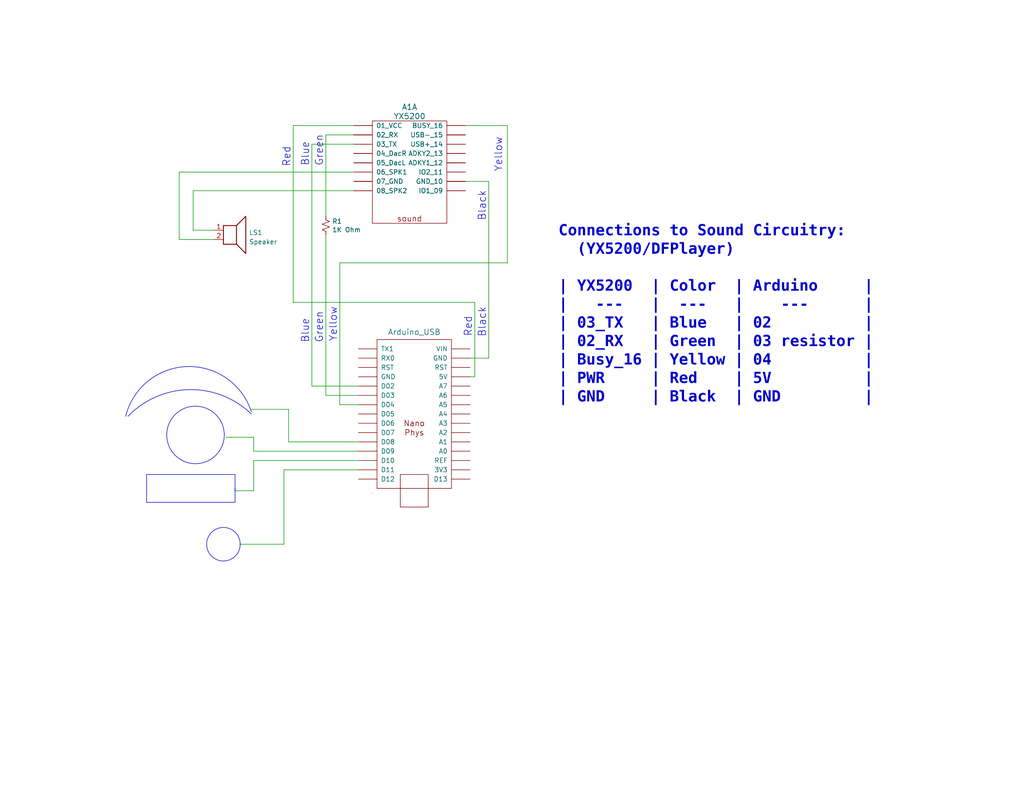
<source format=kicad_sch>
(kicad_sch (version 20230121) (generator eeschema)
  (paper "USLetter")
  (title_block (title "04 GoBananas") (date "2024-04-27") (company "Author: https://github.com/Mark-MDO47/TODAS_DaughtersAndSons") (comment 1 "NOTE: Chips & Modules shown top view, notch at top"))
  (lib_symbols
    (symbol "04_GoBananas-rescue:Arduino_USB-mdoLibrary" (pin_names (offset 1.016))
      (property "Reference" "A" (at 0 0 0))
      (property "Value" "mdoLibrary_Arduino_USB" (at 0 2.54 90))
      (symbol "Arduino_USB-mdoLibrary_0_0"
        (text "Nano" (at 0 -2.54 0) (effects (font (size 1.524 1.524))))
        (text "Phys" (at 0 -5.08 0) (effects (font (size 1.524 1.524))))
      )
      (symbol "Arduino_USB-mdoLibrary_1_1"
        (pin input line (at 15.24 -15.24 180) (length 5.08) (name "3V3") (number "~"))
        (pin input line (at 15.24 10.16 180) (length 5.08) (name "5V") (number "~"))
        (pin input line (at 15.24 -10.16 180) (length 5.08) (name "A0") (number "~"))
        (pin input line (at 15.24 -7.62 180) (length 5.08) (name "A1") (number "~"))
        (pin input line (at 15.24 -5.08 180) (length 5.08) (name "A2") (number "~"))
        (pin input line (at 15.24 -2.54 180) (length 5.08) (name "A3") (number "~"))
        (pin input line (at 15.24 0 180) (length 5.08) (name "A4") (number "~"))
        (pin input line (at 15.24 2.54 180) (length 5.08) (name "A5") (number "~"))
        (pin input line (at 15.24 5.08 180) (length 5.08) (name "A6") (number "~"))
        (pin input line (at 15.24 7.62 180) (length 5.08) (name "A7") (number "~"))
        (pin input line (at -15.24 7.62 0) (length 5.08) (name "D02") (number "~"))
        (pin input line (at -15.24 5.08 0) (length 5.08) (name "D03") (number "~"))
        (pin input line (at -15.24 2.54 0) (length 5.08) (name "D04") (number "~"))
        (pin input line (at -15.24 0 0) (length 5.08) (name "D05") (number "~"))
        (pin input line (at -15.24 -2.54 0) (length 5.08) (name "D06") (number "~"))
        (pin input line (at -15.24 -5.08 0) (length 5.08) (name "D07") (number "~"))
        (pin input line (at -15.24 -7.62 0) (length 5.08) (name "D08") (number "~"))
        (pin input line (at -15.24 -10.16 0) (length 5.08) (name "D09") (number "~"))
        (pin input line (at -15.24 -12.7 0) (length 5.08) (name "D10") (number "~"))
        (pin input line (at -15.24 -15.24 0) (length 5.08) (name "D11") (number "~"))
        (pin input line (at -15.24 -17.78 0) (length 5.08) (name "D12") (number "~"))
        (pin input line (at 15.24 -17.78 180) (length 5.08) (name "D13") (number "~"))
        (pin input line (at -15.24 10.16 0) (length 5.08) (name "GND") (number "~"))
        (pin input line (at 15.24 15.24 180) (length 5.08) (name "GND") (number "~"))
        (pin input line (at 15.24 -12.7 180) (length 5.08) (name "REF") (number "~"))
        (pin input line (at -15.24 12.7 0) (length 5.08) (name "RST") (number "~"))
        (pin input line (at 15.24 12.7 180) (length 5.08) (name "RST") (number "~"))
        (pin input line (at -15.24 15.24 0) (length 5.08) (name "RX0") (number "~"))
        (pin input line (at -15.24 17.78 0) (length 5.08) (name "TX1") (number "~"))
        (pin input line (at 15.24 17.78 180) (length 5.08) (name "VIN") (number "~"))
      )
    )
    (symbol "Device:R_Small_US" (pin_numbers hide) (pin_names (offset 0.254) hide)
      (property "Reference" "R" (at 0.762 0.508 0))
      (property "Value" "R_Small_US" (at 0.762 -1.016 0))
      (symbol "R_Small_US_1_1"
        (pin passive line (at 0 2.54 270) (length 1.016) (name "~") (number "1"))
        (pin passive line (at 0 -2.54 90) (length 1.016) (name "~") (number "2"))
      )
    )
    (symbol "Device:Speaker" (pin_names (offset 0) hide)
      (property "Reference" "LS" (at 1.27 5.715 0))
      (property "Value" "Speaker" (at 1.27 3.81 0))
      (symbol "Speaker_1_1"
        (pin input line (at -5.08 0 0) (length 2.54) (name "1") (number "1"))
        (pin input line (at -5.08 -2.54 0) (length 2.54) (name "2") (number "2"))
      )
    )
    (symbol "MDO:YX5200" (pin_names (offset 1.016))
      (property "Reference" "A" (at 0 -2.54 0))
      (property "Value" "YX5200" (at 0 -5.08 0))
      (symbol "YX5200_0_0"
        (text "sound" (at 0 -7.62 0) (effects (font (size 1.524 1.524))))
      )
      (symbol "YX5200_1_1"
        (pin input line (at -15.24 17.78 0) (length 5.08) (name "01_VCC") (number "~"))
        (pin input line (at -15.24 15.24 0) (length 5.08) (name "02_RX") (number "~"))
        (pin input line (at -15.24 12.7 0) (length 5.08) (name "03_TX") (number "~"))
        (pin input line (at -15.24 10.16 0) (length 5.08) (name "04_DacR") (number "~"))
        (pin input line (at -15.24 7.62 0) (length 5.08) (name "05_DacL") (number "~"))
        (pin input line (at -15.24 5.08 0) (length 5.08) (name "06_SPK1") (number "~"))
        (pin input line (at -15.24 2.54 0) (length 5.08) (name "07_GND") (number "~"))
        (pin input line (at -15.24 0 0) (length 5.08) (name "08_SPK2") (number "~"))
        (pin input line (at 15.24 7.62 180) (length 5.08) (name "ADKY1_12") (number "~"))
        (pin input line (at 15.24 10.16 180) (length 5.08) (name "ADKY2_13") (number "~"))
        (pin input line (at 15.24 17.78 180) (length 5.08) (name "BUSY_16") (number "~"))
        (pin input line (at 15.24 2.54 180) (length 5.08) (name "GND_10") (number "~"))
        (pin input line (at 15.24 0 180) (length 5.08) (name "IO1_09") (number "~"))
        (pin input line (at 15.24 5.08 180) (length 5.08) (name "IO2_11") (number "~"))
        (pin input line (at 15.24 12.7 180) (length 5.08) (name "USB+_14") (number "~"))
        (pin input line (at 15.24 15.24 180) (length 5.08) (name "USB-_15") (number "~"))
      )
      (symbol "YX5200_2_1"
        (pin input line (at -15.24 17.78 0) (length 5.08) (name "01_VCC") (number "~"))
        (pin input line (at -15.24 15.24 0) (length 5.08) (name "02_RX") (number "~"))
        (pin input line (at -15.24 12.7 0) (length 5.08) (name "03_TX") (number "~"))
        (pin input line (at -15.24 10.16 0) (length 5.08) (name "04_DacR") (number "~"))
        (pin input line (at -15.24 7.62 0) (length 5.08) (name "05_DacL") (number "~"))
        (pin input line (at -15.24 5.08 0) (length 5.08) (name "06_SPK1") (number "~"))
        (pin input line (at -15.24 2.54 0) (length 5.08) (name "07_GND") (number "~"))
        (pin input line (at -15.24 0 0) (length 5.08) (name "08_SPK2") (number "~"))
        (pin input line (at 15.24 7.62 180) (length 5.08) (name "ADKY1_12") (number "~"))
        (pin input line (at 15.24 10.16 180) (length 5.08) (name "ADKY2_13") (number "~"))
        (pin input line (at 15.24 17.78 180) (length 5.08) (name "BUSY_16") (number "~"))
        (pin input line (at 15.24 2.54 180) (length 5.08) (name "GND_10") (number "~"))
        (pin input line (at 15.24 0 180) (length 5.08) (name "IO1_09") (number "~"))
        (pin input line (at 15.24 5.08 180) (length 5.08) (name "IO2_11") (number "~"))
        (pin input line (at 15.24 12.7 180) (length 5.08) (name "USB+_14") (number "~"))
        (pin input line (at 15.24 15.24 180) (length 5.08) (name "USB-_15") (number "~"))
      )
      (symbol "YX5200_3_1"
        (pin input line (at -15.24 17.78 0) (length 5.08) (name "01_VCC") (number "~"))
        (pin input line (at -15.24 15.24 0) (length 5.08) (name "02_RX") (number "~"))
        (pin input line (at -15.24 12.7 0) (length 5.08) (name "03_TX") (number "~"))
        (pin input line (at -15.24 10.16 0) (length 5.08) (name "04_DacR") (number "~"))
        (pin input line (at -15.24 7.62 0) (length 5.08) (name "05_DacL") (number "~"))
        (pin input line (at -15.24 5.08 0) (length 5.08) (name "06_SPK1") (number "~"))
        (pin input line (at -15.24 2.54 0) (length 5.08) (name "07_GND") (number "~"))
        (pin input line (at -15.24 0 0) (length 5.08) (name "08_SPK2") (number "~"))
        (pin input line (at 15.24 7.62 180) (length 5.08) (name "ADKY1_12") (number "~"))
        (pin input line (at 15.24 10.16 180) (length 5.08) (name "ADKY2_13") (number "~"))
        (pin input line (at 15.24 17.78 180) (length 5.08) (name "BUSY_16") (number "~"))
        (pin input line (at 15.24 2.54 180) (length 5.08) (name "GND_10") (number "~"))
        (pin input line (at 15.24 0 180) (length 5.08) (name "IO1_09") (number "~"))
        (pin input line (at 15.24 5.08 180) (length 5.08) (name "IO2_11") (number "~"))
        (pin input line (at 15.24 12.7 180) (length 5.08) (name "USB+_14") (number "~"))
        (pin input line (at 15.24 15.24 180) (length 5.08) (name "USB-_15") (number "~"))
      )
      (symbol "YX5200_4_1"
        (pin input line (at -15.24 17.78 0) (length 5.08) (name "01_VCC") (number "~"))
        (pin input line (at -15.24 15.24 0) (length 5.08) (name "02_RX") (number "~"))
        (pin input line (at -15.24 12.7 0) (length 5.08) (name "03_TX") (number "~"))
        (pin input line (at -15.24 10.16 0) (length 5.08) (name "04_DacR") (number "~"))
        (pin input line (at -15.24 7.62 0) (length 5.08) (name "05_DacL") (number "~"))
        (pin input line (at -15.24 5.08 0) (length 5.08) (name "06_SPK1") (number "~"))
        (pin input line (at -15.24 2.54 0) (length 5.08) (name "07_GND") (number "~"))
        (pin input line (at -15.24 0 0) (length 5.08) (name "08_SPK2") (number "~"))
        (pin input line (at 15.24 7.62 180) (length 5.08) (name "ADKY1_12") (number "~"))
        (pin input line (at 15.24 10.16 180) (length 5.08) (name "ADKY2_13") (number "~"))
        (pin input line (at 15.24 17.78 180) (length 5.08) (name "BUSY_16") (number "~"))
        (pin input line (at 15.24 2.54 180) (length 5.08) (name "GND_10") (number "~"))
        (pin input line (at 15.24 0 180) (length 5.08) (name "IO1_09") (number "~"))
        (pin input line (at 15.24 5.08 180) (length 5.08) (name "IO2_11") (number "~"))
        (pin input line (at 15.24 12.7 180) (length 5.08) (name "USB+_14") (number "~"))
        (pin input line (at 15.24 15.24 180) (length 5.08) (name "USB-_15") (number "~"))
      )
      (symbol "YX5200_5_1"
        (pin input line (at -15.24 17.78 0) (length 5.08) (name "01_VCC") (number "~"))
        (pin input line (at -15.24 15.24 0) (length 5.08) (name "02_RX") (number "~"))
        (pin input line (at -15.24 12.7 0) (length 5.08) (name "03_TX") (number "~"))
        (pin input line (at -15.24 10.16 0) (length 5.08) (name "04_DacR") (number "~"))
        (pin input line (at -15.24 7.62 0) (length 5.08) (name "05_DacL") (number "~"))
        (pin input line (at -15.24 5.08 0) (length 5.08) (name "06_SPK1") (number "~"))
        (pin input line (at -15.24 2.54 0) (length 5.08) (name "07_GND") (number "~"))
        (pin input line (at -15.24 0 0) (length 5.08) (name "08_SPK2") (number "~"))
        (pin input line (at 15.24 7.62 180) (length 5.08) (name "ADKY1_12") (number "~"))
        (pin input line (at 15.24 10.16 180) (length 5.08) (name "ADKY2_13") (number "~"))
        (pin input line (at 15.24 17.78 180) (length 5.08) (name "BUSY_16") (number "~"))
        (pin input line (at 15.24 2.54 180) (length 5.08) (name "GND_10") (number "~"))
        (pin input line (at 15.24 0 180) (length 5.08) (name "IO1_09") (number "~"))
        (pin input line (at 15.24 5.08 180) (length 5.08) (name "IO2_11") (number "~"))
        (pin input line (at 15.24 12.7 180) (length 5.08) (name "USB+_14") (number "~"))
        (pin input line (at 15.24 15.24 180) (length 5.08) (name "USB-_15") (number "~"))
      )
      (symbol "YX5200_6_1"
        (pin input line (at -15.24 17.78 0) (length 5.08) (name "01_VCC") (number "~"))
        (pin input line (at -15.24 15.24 0) (length 5.08) (name "02_RX") (number "~"))
        (pin input line (at -15.24 12.7 0) (length 5.08) (name "03_TX") (number "~"))
        (pin input line (at -15.24 10.16 0) (length 5.08) (name "04_DacR") (number "~"))
        (pin input line (at -15.24 7.62 0) (length 5.08) (name "05_DacL") (number "~"))
        (pin input line (at -15.24 5.08 0) (length 5.08) (name "06_SPK1") (number "~"))
        (pin input line (at -15.24 2.54 0) (length 5.08) (name "07_GND") (number "~"))
        (pin input line (at -15.24 0 0) (length 5.08) (name "08_SPK2") (number "~"))
        (pin input line (at 15.24 7.62 180) (length 5.08) (name "ADKY1_12") (number "~"))
        (pin input line (at 15.24 10.16 180) (length 5.08) (name "ADKY2_13") (number "~"))
        (pin input line (at 15.24 17.78 180) (length 5.08) (name "BUSY_16") (number "~"))
        (pin input line (at 15.24 2.54 180) (length 5.08) (name "GND_10") (number "~"))
        (pin input line (at 15.24 0 180) (length 5.08) (name "IO1_09") (number "~"))
        (pin input line (at 15.24 5.08 180) (length 5.08) (name "IO2_11") (number "~"))
        (pin input line (at 15.24 12.7 180) (length 5.08) (name "USB+_14") (number "~"))
        (pin input line (at 15.24 15.24 180) (length 5.08) (name "USB-_15") (number "~"))
      )
      (symbol "YX5200_7_1"
        (pin input line (at -15.24 17.78 0) (length 5.08) (name "01_VCC") (number "~"))
        (pin input line (at -15.24 15.24 0) (length 5.08) (name "02_RX") (number "~"))
        (pin input line (at -15.24 12.7 0) (length 5.08) (name "03_TX") (number "~"))
        (pin input line (at -15.24 10.16 0) (length 5.08) (name "04_DacR") (number "~"))
        (pin input line (at -15.24 7.62 0) (length 5.08) (name "05_DacL") (number "~"))
        (pin input line (at -15.24 5.08 0) (length 5.08) (name "06_SPK1") (number "~"))
        (pin input line (at -15.24 2.54 0) (length 5.08) (name "07_GND") (number "~"))
        (pin input line (at -15.24 0 0) (length 5.08) (name "08_SPK2") (number "~"))
        (pin input line (at 15.24 7.62 180) (length 5.08) (name "ADKY1_12") (number "~"))
        (pin input line (at 15.24 10.16 180) (length 5.08) (name "ADKY2_13") (number "~"))
        (pin input line (at 15.24 17.78 180) (length 5.08) (name "BUSY_16") (number "~"))
        (pin input line (at 15.24 2.54 180) (length 5.08) (name "GND_10") (number "~"))
        (pin input line (at 15.24 0 180) (length 5.08) (name "IO1_09") (number "~"))
        (pin input line (at 15.24 5.08 180) (length 5.08) (name "IO2_11") (number "~"))
        (pin input line (at 15.24 12.7 180) (length 5.08) (name "USB+_14") (number "~"))
        (pin input line (at 15.24 15.24 180) (length 5.08) (name "USB-_15") (number "~"))
      )
      (symbol "YX5200_8_1"
        (pin input line (at -15.24 17.78 0) (length 5.08) (name "01_VCC") (number "~"))
        (pin input line (at -15.24 15.24 0) (length 5.08) (name "02_RX") (number "~"))
        (pin input line (at -15.24 12.7 0) (length 5.08) (name "03_TX") (number "~"))
        (pin input line (at -15.24 10.16 0) (length 5.08) (name "04_DacR") (number "~"))
        (pin input line (at -15.24 7.62 0) (length 5.08) (name "05_DacL") (number "~"))
        (pin input line (at -15.24 5.08 0) (length 5.08) (name "06_SPK1") (number "~"))
        (pin input line (at -15.24 2.54 0) (length 5.08) (name "07_GND") (number "~"))
        (pin input line (at -15.24 0 0) (length 5.08) (name "08_SPK2") (number "~"))
        (pin input line (at 15.24 7.62 180) (length 5.08) (name "ADKY1_12") (number "~"))
        (pin input line (at 15.24 10.16 180) (length 5.08) (name "ADKY2_13") (number "~"))
        (pin input line (at 15.24 17.78 180) (length 5.08) (name "BUSY_16") (number "~"))
        (pin input line (at 15.24 2.54 180) (length 5.08) (name "GND_10") (number "~"))
        (pin input line (at 15.24 0 180) (length 5.08) (name "IO1_09") (number "~"))
        (pin input line (at 15.24 5.08 180) (length 5.08) (name "IO2_11") (number "~"))
        (pin input line (at 15.24 12.7 180) (length 5.08) (name "USB+_14") (number "~"))
        (pin input line (at 15.24 15.24 180) (length 5.08) (name "USB-_15") (number "~"))
      )
      (symbol "YX5200_9_1"
        (pin input line (at -15.24 17.78 0) (length 5.08) (name "01_VCC") (number "~"))
        (pin input line (at -15.24 15.24 0) (length 5.08) (name "02_RX") (number "~"))
        (pin input line (at -15.24 12.7 0) (length 5.08) (name "03_TX") (number "~"))
        (pin input line (at -15.24 10.16 0) (length 5.08) (name "04_DacR") (number "~"))
        (pin input line (at -15.24 7.62 0) (length 5.08) (name "05_DacL") (number "~"))
        (pin input line (at -15.24 5.08 0) (length 5.08) (name "06_SPK1") (number "~"))
        (pin input line (at -15.24 2.54 0) (length 5.08) (name "07_GND") (number "~"))
        (pin input line (at -15.24 0 0) (length 5.08) (name "08_SPK2") (number "~"))
        (pin input line (at 15.24 7.62 180) (length 5.08) (name "ADKY1_12") (number "~"))
        (pin input line (at 15.24 10.16 180) (length 5.08) (name "ADKY2_13") (number "~"))
        (pin input line (at 15.24 17.78 180) (length 5.08) (name "BUSY_16") (number "~"))
        (pin input line (at 15.24 2.54 180) (length 5.08) (name "GND_10") (number "~"))
        (pin input line (at 15.24 0 180) (length 5.08) (name "IO1_09") (number "~"))
        (pin input line (at 15.24 5.08 180) (length 5.08) (name "IO2_11") (number "~"))
        (pin input line (at 15.24 12.7 180) (length 5.08) (name "USB+_14") (number "~"))
        (pin input line (at 15.24 15.24 180) (length 5.08) (name "USB-_15") (number "~"))
      )
      (symbol "YX5200_10_1"
        (pin input line (at -15.24 17.78 0) (length 5.08) (name "01_VCC") (number "~"))
        (pin input line (at -15.24 15.24 0) (length 5.08) (name "02_RX") (number "~"))
        (pin input line (at -15.24 12.7 0) (length 5.08) (name "03_TX") (number "~"))
        (pin input line (at -15.24 10.16 0) (length 5.08) (name "04_DacR") (number "~"))
        (pin input line (at -15.24 7.62 0) (length 5.08) (name "05_DacL") (number "~"))
        (pin input line (at -15.24 5.08 0) (length 5.08) (name "06_SPK1") (number "~"))
        (pin input line (at -15.24 2.54 0) (length 5.08) (name "07_GND") (number "~"))
        (pin input line (at -15.24 0 0) (length 5.08) (name "08_SPK2") (number "~"))
        (pin input line (at 15.24 7.62 180) (length 5.08) (name "ADKY1_12") (number "~"))
        (pin input line (at 15.24 10.16 180) (length 5.08) (name "ADKY2_13") (number "~"))
        (pin input line (at 15.24 17.78 180) (length 5.08) (name "BUSY_16") (number "~"))
        (pin input line (at 15.24 2.54 180) (length 5.08) (name "GND_10") (number "~"))
        (pin input line (at 15.24 0 180) (length 5.08) (name "IO1_09") (number "~"))
        (pin input line (at 15.24 5.08 180) (length 5.08) (name "IO2_11") (number "~"))
        (pin input line (at 15.24 12.7 180) (length 5.08) (name "USB+_14") (number "~"))
        (pin input line (at 15.24 15.24 180) (length 5.08) (name "USB-_15") (number "~"))
      )
      (symbol "YX5200_11_1"
        (pin input line (at -15.24 17.78 0) (length 5.08) (name "01_VCC") (number "~"))
        (pin input line (at -15.24 15.24 0) (length 5.08) (name "02_RX") (number "~"))
        (pin input line (at -15.24 12.7 0) (length 5.08) (name "03_TX") (number "~"))
        (pin input line (at -15.24 10.16 0) (length 5.08) (name "04_DacR") (number "~"))
        (pin input line (at -15.24 7.62 0) (length 5.08) (name "05_DacL") (number "~"))
        (pin input line (at -15.24 5.08 0) (length 5.08) (name "06_SPK1") (number "~"))
        (pin input line (at -15.24 2.54 0) (length 5.08) (name "07_GND") (number "~"))
        (pin input line (at -15.24 0 0) (length 5.08) (name "08_SPK2") (number "~"))
        (pin input line (at 15.24 7.62 180) (length 5.08) (name "ADKY1_12") (number "~"))
        (pin input line (at 15.24 10.16 180) (length 5.08) (name "ADKY2_13") (number "~"))
        (pin input line (at 15.24 17.78 180) (length 5.08) (name "BUSY_16") (number "~"))
        (pin input line (at 15.24 2.54 180) (length 5.08) (name "GND_10") (number "~"))
        (pin input line (at 15.24 0 180) (length 5.08) (name "IO1_09") (number "~"))
        (pin input line (at 15.24 5.08 180) (length 5.08) (name "IO2_11") (number "~"))
        (pin input line (at 15.24 12.7 180) (length 5.08) (name "USB+_14") (number "~"))
        (pin input line (at 15.24 15.24 180) (length 5.08) (name "USB-_15") (number "~"))
      )
      (symbol "YX5200_12_1"
        (pin input line (at -15.24 17.78 0) (length 5.08) (name "01_VCC") (number "~"))
        (pin input line (at -15.24 15.24 0) (length 5.08) (name "02_RX") (number "~"))
        (pin input line (at -15.24 12.7 0) (length 5.08) (name "03_TX") (number "~"))
        (pin input line (at -15.24 10.16 0) (length 5.08) (name "04_DacR") (number "~"))
        (pin input line (at -15.24 7.62 0) (length 5.08) (name "05_DacL") (number "~"))
        (pin input line (at -15.24 5.08 0) (length 5.08) (name "06_SPK1") (number "~"))
        (pin input line (at -15.24 2.54 0) (length 5.08) (name "07_GND") (number "~"))
        (pin input line (at -15.24 0 0) (length 5.08) (name "08_SPK2") (number "~"))
        (pin input line (at 15.24 7.62 180) (length 5.08) (name "ADKY1_12") (number "~"))
        (pin input line (at 15.24 10.16 180) (length 5.08) (name "ADKY2_13") (number "~"))
        (pin input line (at 15.24 17.78 180) (length 5.08) (name "BUSY_16") (number "~"))
        (pin input line (at 15.24 2.54 180) (length 5.08) (name "GND_10") (number "~"))
        (pin input line (at 15.24 0 180) (length 5.08) (name "IO1_09") (number "~"))
        (pin input line (at 15.24 5.08 180) (length 5.08) (name "IO2_11") (number "~"))
        (pin input line (at 15.24 12.7 180) (length 5.08) (name "USB+_14") (number "~"))
        (pin input line (at 15.24 15.24 180) (length 5.08) (name "USB-_15") (number "~"))
      )
      (symbol "YX5200_13_1"
        (pin input line (at -15.24 17.78 0) (length 5.08) (name "01_VCC") (number "~"))
        (pin input line (at -15.24 15.24 0) (length 5.08) (name "02_RX") (number "~"))
        (pin input line (at -15.24 12.7 0) (length 5.08) (name "03_TX") (number "~"))
        (pin input line (at -15.24 10.16 0) (length 5.08) (name "04_DacR") (number "~"))
        (pin input line (at -15.24 7.62 0) (length 5.08) (name "05_DacL") (number "~"))
        (pin input line (at -15.24 5.08 0) (length 5.08) (name "06_SPK1") (number "~"))
        (pin input line (at -15.24 2.54 0) (length 5.08) (name "07_GND") (number "~"))
        (pin input line (at -15.24 0 0) (length 5.08) (name "08_SPK2") (number "~"))
        (pin input line (at 15.24 7.62 180) (length 5.08) (name "ADKY1_12") (number "~"))
        (pin input line (at 15.24 10.16 180) (length 5.08) (name "ADKY2_13") (number "~"))
        (pin input line (at 15.24 17.78 180) (length 5.08) (name "BUSY_16") (number "~"))
        (pin input line (at 15.24 2.54 180) (length 5.08) (name "GND_10") (number "~"))
        (pin input line (at 15.24 0 180) (length 5.08) (name "IO1_09") (number "~"))
        (pin input line (at 15.24 5.08 180) (length 5.08) (name "IO2_11") (number "~"))
        (pin input line (at 15.24 12.7 180) (length 5.08) (name "USB+_14") (number "~"))
        (pin input line (at 15.24 15.24 180) (length 5.08) (name "USB-_15") (number "~"))
      )
      (symbol "YX5200_14_1"
        (pin input line (at -15.24 17.78 0) (length 5.08) (name "01_VCC") (number "~"))
        (pin input line (at -15.24 15.24 0) (length 5.08) (name "02_RX") (number "~"))
        (pin input line (at -15.24 12.7 0) (length 5.08) (name "03_TX") (number "~"))
        (pin input line (at -15.24 10.16 0) (length 5.08) (name "04_DacR") (number "~"))
        (pin input line (at -15.24 7.62 0) (length 5.08) (name "05_DacL") (number "~"))
        (pin input line (at -15.24 5.08 0) (length 5.08) (name "06_SPK1") (number "~"))
        (pin input line (at -15.24 2.54 0) (length 5.08) (name "07_GND") (number "~"))
        (pin input line (at -15.24 0 0) (length 5.08) (name "08_SPK2") (number "~"))
        (pin input line (at 15.24 7.62 180) (length 5.08) (name "ADKY1_12") (number "~"))
        (pin input line (at 15.24 10.16 180) (length 5.08) (name "ADKY2_13") (number "~"))
        (pin input line (at 15.24 17.78 180) (length 5.08) (name "BUSY_16") (number "~"))
        (pin input line (at 15.24 2.54 180) (length 5.08) (name "GND_10") (number "~"))
        (pin input line (at 15.24 0 180) (length 5.08) (name "IO1_09") (number "~"))
        (pin input line (at 15.24 5.08 180) (length 5.08) (name "IO2_11") (number "~"))
        (pin input line (at 15.24 12.7 180) (length 5.08) (name "USB+_14") (number "~"))
        (pin input line (at 15.24 15.24 180) (length 5.08) (name "USB-_15") (number "~"))
      )
      (symbol "YX5200_15_1"
        (pin input line (at -15.24 17.78 0) (length 5.08) (name "01_VCC") (number "~"))
        (pin input line (at -15.24 15.24 0) (length 5.08) (name "02_RX") (number "~"))
        (pin input line (at -15.24 12.7 0) (length 5.08) (name "03_TX") (number "~"))
        (pin input line (at -15.24 10.16 0) (length 5.08) (name "04_DacR") (number "~"))
        (pin input line (at -15.24 7.62 0) (length 5.08) (name "05_DacL") (number "~"))
        (pin input line (at -15.24 5.08 0) (length 5.08) (name "06_SPK1") (number "~"))
        (pin input line (at -15.24 2.54 0) (length 5.08) (name "07_GND") (number "~"))
        (pin input line (at -15.24 0 0) (length 5.08) (name "08_SPK2") (number "~"))
        (pin input line (at 15.24 7.62 180) (length 5.08) (name "ADKY1_12") (number "~"))
        (pin input line (at 15.24 10.16 180) (length 5.08) (name "ADKY2_13") (number "~"))
        (pin input line (at 15.24 17.78 180) (length 5.08) (name "BUSY_16") (number "~"))
        (pin input line (at 15.24 2.54 180) (length 5.08) (name "GND_10") (number "~"))
        (pin input line (at 15.24 0 180) (length 5.08) (name "IO1_09") (number "~"))
        (pin input line (at 15.24 5.08 180) (length 5.08) (name "IO2_11") (number "~"))
        (pin input line (at 15.24 12.7 180) (length 5.08) (name "USB+_14") (number "~"))
        (pin input line (at 15.24 15.24 180) (length 5.08) (name "USB-_15") (number "~"))
      )
      (symbol "YX5200_16_1"
        (pin input line (at -15.24 17.78 0) (length 5.08) (name "01_VCC") (number "~"))
        (pin input line (at -15.24 15.24 0) (length 5.08) (name "02_RX") (number "~"))
        (pin input line (at -15.24 12.7 0) (length 5.08) (name "03_TX") (number "~"))
        (pin input line (at -15.24 10.16 0) (length 5.08) (name "04_DacR") (number "~"))
        (pin input line (at -15.24 7.62 0) (length 5.08) (name "05_DacL") (number "~"))
        (pin input line (at -15.24 5.08 0) (length 5.08) (name "06_SPK1") (number "~"))
        (pin input line (at -15.24 2.54 0) (length 5.08) (name "07_GND") (number "~"))
        (pin input line (at -15.24 0 0) (length 5.08) (name "08_SPK2") (number "~"))
        (pin input line (at 15.24 7.62 180) (length 5.08) (name "ADKY1_12") (number "~"))
        (pin input line (at 15.24 10.16 180) (length 5.08) (name "ADKY2_13") (number "~"))
        (pin input line (at 15.24 17.78 180) (length 5.08) (name "BUSY_16") (number "~"))
        (pin input line (at 15.24 2.54 180) (length 5.08) (name "GND_10") (number "~"))
        (pin input line (at 15.24 0 180) (length 5.08) (name "IO1_09") (number "~"))
        (pin input line (at 15.24 5.08 180) (length 5.08) (name "IO2_11") (number "~"))
        (pin input line (at 15.24 12.7 180) (length 5.08) (name "USB+_14") (number "~"))
        (pin input line (at 15.24 15.24 180) (length 5.08) (name "USB-_15") (number "~"))
      )
      (symbol "YX5200_17_1"
        (pin input line (at -15.24 17.78 0) (length 5.08) (name "01_VCC") (number "~"))
        (pin input line (at -15.24 15.24 0) (length 5.08) (name "02_RX") (number "~"))
        (pin input line (at -15.24 12.7 0) (length 5.08) (name "03_TX") (number "~"))
        (pin input line (at -15.24 10.16 0) (length 5.08) (name "04_DacR") (number "~"))
        (pin input line (at -15.24 7.62 0) (length 5.08) (name "05_DacL") (number "~"))
        (pin input line (at -15.24 5.08 0) (length 5.08) (name "06_SPK1") (number "~"))
        (pin input line (at -15.24 2.54 0) (length 5.08) (name "07_GND") (number "~"))
        (pin input line (at -15.24 0 0) (length 5.08) (name "08_SPK2") (number "~"))
        (pin input line (at 15.24 7.62 180) (length 5.08) (name "ADKY1_12") (number "~"))
        (pin input line (at 15.24 10.16 180) (length 5.08) (name "ADKY2_13") (number "~"))
        (pin input line (at 15.24 17.78 180) (length 5.08) (name "BUSY_16") (number "~"))
        (pin input line (at 15.24 2.54 180) (length 5.08) (name "GND_10") (number "~"))
        (pin input line (at 15.24 0 180) (length 5.08) (name "IO1_09") (number "~"))
        (pin input line (at 15.24 5.08 180) (length 5.08) (name "IO2_11") (number "~"))
        (pin input line (at 15.24 12.7 180) (length 5.08) (name "USB+_14") (number "~"))
        (pin input line (at 15.24 15.24 180) (length 5.08) (name "USB-_15") (number "~"))
      )
      (symbol "YX5200_18_1"
        (pin input line (at -15.24 17.78 0) (length 5.08) (name "01_VCC") (number "~"))
        (pin input line (at -15.24 15.24 0) (length 5.08) (name "02_RX") (number "~"))
        (pin input line (at -15.24 12.7 0) (length 5.08) (name "03_TX") (number "~"))
        (pin input line (at -15.24 10.16 0) (length 5.08) (name "04_DacR") (number "~"))
        (pin input line (at -15.24 7.62 0) (length 5.08) (name "05_DacL") (number "~"))
        (pin input line (at -15.24 5.08 0) (length 5.08) (name "06_SPK1") (number "~"))
        (pin input line (at -15.24 2.54 0) (length 5.08) (name "07_GND") (number "~"))
        (pin input line (at -15.24 0 0) (length 5.08) (name "08_SPK2") (number "~"))
        (pin input line (at 15.24 7.62 180) (length 5.08) (name "ADKY1_12") (number "~"))
        (pin input line (at 15.24 10.16 180) (length 5.08) (name "ADKY2_13") (number "~"))
        (pin input line (at 15.24 17.78 180) (length 5.08) (name "BUSY_16") (number "~"))
        (pin input line (at 15.24 2.54 180) (length 5.08) (name "GND_10") (number "~"))
        (pin input line (at 15.24 0 180) (length 5.08) (name "IO1_09") (number "~"))
        (pin input line (at 15.24 5.08 180) (length 5.08) (name "IO2_11") (number "~"))
        (pin input line (at 15.24 12.7 180) (length 5.08) (name "USB+_14") (number "~"))
        (pin input line (at 15.24 15.24 180) (length 5.08) (name "USB-_15") (number "~"))
      )
      (symbol "YX5200_19_1"
        (pin input line (at -15.24 17.78 0) (length 5.08) (name "01_VCC") (number "~"))
        (pin input line (at -15.24 15.24 0) (length 5.08) (name "02_RX") (number "~"))
        (pin input line (at -15.24 12.7 0) (length 5.08) (name "03_TX") (number "~"))
        (pin input line (at -15.24 10.16 0) (length 5.08) (name "04_DacR") (number "~"))
        (pin input line (at -15.24 7.62 0) (length 5.08) (name "05_DacL") (number "~"))
        (pin input line (at -15.24 5.08 0) (length 5.08) (name "06_SPK1") (number "~"))
        (pin input line (at -15.24 2.54 0) (length 5.08) (name "07_GND") (number "~"))
        (pin input line (at -15.24 0 0) (length 5.08) (name "08_SPK2") (number "~"))
        (pin input line (at 15.24 7.62 180) (length 5.08) (name "ADKY1_12") (number "~"))
        (pin input line (at 15.24 10.16 180) (length 5.08) (name "ADKY2_13") (number "~"))
        (pin input line (at 15.24 17.78 180) (length 5.08) (name "BUSY_16") (number "~"))
        (pin input line (at 15.24 2.54 180) (length 5.08) (name "GND_10") (number "~"))
        (pin input line (at 15.24 0 180) (length 5.08) (name "IO1_09") (number "~"))
        (pin input line (at 15.24 5.08 180) (length 5.08) (name "IO2_11") (number "~"))
        (pin input line (at 15.24 12.7 180) (length 5.08) (name "USB+_14") (number "~"))
        (pin input line (at 15.24 15.24 180) (length 5.08) (name "USB-_15") (number "~"))
      )
      (symbol "YX5200_20_1"
        (pin input line (at -15.24 17.78 0) (length 5.08) (name "01_VCC") (number "~"))
        (pin input line (at -15.24 15.24 0) (length 5.08) (name "02_RX") (number "~"))
        (pin input line (at -15.24 12.7 0) (length 5.08) (name "03_TX") (number "~"))
        (pin input line (at -15.24 10.16 0) (length 5.08) (name "04_DacR") (number "~"))
        (pin input line (at -15.24 7.62 0) (length 5.08) (name "05_DacL") (number "~"))
        (pin input line (at -15.24 5.08 0) (length 5.08) (name "06_SPK1") (number "~"))
        (pin input line (at -15.24 2.54 0) (length 5.08) (name "07_GND") (number "~"))
        (pin input line (at -15.24 0 0) (length 5.08) (name "08_SPK2") (number "~"))
        (pin input line (at 15.24 7.62 180) (length 5.08) (name "ADKY1_12") (number "~"))
        (pin input line (at 15.24 10.16 180) (length 5.08) (name "ADKY2_13") (number "~"))
        (pin input line (at 15.24 17.78 180) (length 5.08) (name "BUSY_16") (number "~"))
        (pin input line (at 15.24 2.54 180) (length 5.08) (name "GND_10") (number "~"))
        (pin input line (at 15.24 0 180) (length 5.08) (name "IO1_09") (number "~"))
        (pin input line (at 15.24 5.08 180) (length 5.08) (name "IO2_11") (number "~"))
        (pin input line (at 15.24 12.7 180) (length 5.08) (name "USB+_14") (number "~"))
        (pin input line (at 15.24 15.24 180) (length 5.08) (name "USB-_15") (number "~"))
      )
      (symbol "YX5200_21_1"
        (pin input line (at -15.24 17.78 0) (length 5.08) (name "01_VCC") (number "~"))
        (pin input line (at -15.24 15.24 0) (length 5.08) (name "02_RX") (number "~"))
        (pin input line (at -15.24 12.7 0) (length 5.08) (name "03_TX") (number "~"))
        (pin input line (at -15.24 10.16 0) (length 5.08) (name "04_DacR") (number "~"))
        (pin input line (at -15.24 7.62 0) (length 5.08) (name "05_DacL") (number "~"))
        (pin input line (at -15.24 5.08 0) (length 5.08) (name "06_SPK1") (number "~"))
        (pin input line (at -15.24 2.54 0) (length 5.08) (name "07_GND") (number "~"))
        (pin input line (at -15.24 0 0) (length 5.08) (name "08_SPK2") (number "~"))
        (pin input line (at 15.24 7.62 180) (length 5.08) (name "ADKY1_12") (number "~"))
        (pin input line (at 15.24 10.16 180) (length 5.08) (name "ADKY2_13") (number "~"))
        (pin input line (at 15.24 17.78 180) (length 5.08) (name "BUSY_16") (number "~"))
        (pin input line (at 15.24 2.54 180) (length 5.08) (name "GND_10") (number "~"))
        (pin input line (at 15.24 0 180) (length 5.08) (name "IO1_09") (number "~"))
        (pin input line (at 15.24 5.08 180) (length 5.08) (name "IO2_11") (number "~"))
        (pin input line (at 15.24 12.7 180) (length 5.08) (name "USB+_14") (number "~"))
        (pin input line (at 15.24 15.24 180) (length 5.08) (name "USB-_15") (number "~"))
      )
      (symbol "YX5200_22_1"
        (pin input line (at -15.24 17.78 0) (length 5.08) (name "01_VCC") (number "~"))
        (pin input line (at -15.24 15.24 0) (length 5.08) (name "02_RX") (number "~"))
        (pin input line (at -15.24 12.7 0) (length 5.08) (name "03_TX") (number "~"))
        (pin input line (at -15.24 10.16 0) (length 5.08) (name "04_DacR") (number "~"))
        (pin input line (at -15.24 7.62 0) (length 5.08) (name "05_DacL") (number "~"))
        (pin input line (at -15.24 5.08 0) (length 5.08) (name "06_SPK1") (number "~"))
        (pin input line (at -15.24 2.54 0) (length 5.08) (name "07_GND") (number "~"))
        (pin input line (at -15.24 0 0) (length 5.08) (name "08_SPK2") (number "~"))
        (pin input line (at 15.24 7.62 180) (length 5.08) (name "ADKY1_12") (number "~"))
        (pin input line (at 15.24 10.16 180) (length 5.08) (name "ADKY2_13") (number "~"))
        (pin input line (at 15.24 17.78 180) (length 5.08) (name "BUSY_16") (number "~"))
        (pin input line (at 15.24 2.54 180) (length 5.08) (name "GND_10") (number "~"))
        (pin input line (at 15.24 0 180) (length 5.08) (name "IO1_09") (number "~"))
        (pin input line (at 15.24 5.08 180) (length 5.08) (name "IO2_11") (number "~"))
        (pin input line (at 15.24 12.7 180) (length 5.08) (name "USB+_14") (number "~"))
        (pin input line (at 15.24 15.24 180) (length 5.08) (name "USB-_15") (number "~"))
      )
      (symbol "YX5200_23_1"
        (pin input line (at -15.24 17.78 0) (length 5.08) (name "01_VCC") (number "~"))
        (pin input line (at -15.24 15.24 0) (length 5.08) (name "02_RX") (number "~"))
        (pin input line (at -15.24 12.7 0) (length 5.08) (name "03_TX") (number "~"))
        (pin input line (at -15.24 10.16 0) (length 5.08) (name "04_DacR") (number "~"))
        (pin input line (at -15.24 7.62 0) (length 5.08) (name "05_DacL") (number "~"))
        (pin input line (at -15.24 5.08 0) (length 5.08) (name "06_SPK1") (number "~"))
        (pin input line (at -15.24 2.54 0) (length 5.08) (name "07_GND") (number "~"))
        (pin input line (at -15.24 0 0) (length 5.08) (name "08_SPK2") (number "~"))
        (pin input line (at 15.24 7.62 180) (length 5.08) (name "ADKY1_12") (number "~"))
        (pin input line (at 15.24 10.16 180) (length 5.08) (name "ADKY2_13") (number "~"))
        (pin input line (at 15.24 17.78 180) (length 5.08) (name "BUSY_16") (number "~"))
        (pin input line (at 15.24 2.54 180) (length 5.08) (name "GND_10") (number "~"))
        (pin input line (at 15.24 0 180) (length 5.08) (name "IO1_09") (number "~"))
        (pin input line (at 15.24 5.08 180) (length 5.08) (name "IO2_11") (number "~"))
        (pin input line (at 15.24 12.7 180) (length 5.08) (name "USB+_14") (number "~"))
        (pin input line (at 15.24 15.24 180) (length 5.08) (name "USB-_15") (number "~"))
      )
      (symbol "YX5200_24_1"
        (pin input line (at -15.24 17.78 0) (length 5.08) (name "01_VCC") (number "~"))
        (pin input line (at -15.24 15.24 0) (length 5.08) (name "02_RX") (number "~"))
        (pin input line (at -15.24 12.7 0) (length 5.08) (name "03_TX") (number "~"))
        (pin input line (at -15.24 10.16 0) (length 5.08) (name "04_DacR") (number "~"))
        (pin input line (at -15.24 7.62 0) (length 5.08) (name "05_DacL") (number "~"))
        (pin input line (at -15.24 5.08 0) (length 5.08) (name "06_SPK1") (number "~"))
        (pin input line (at -15.24 2.54 0) (length 5.08) (name "07_GND") (number "~"))
        (pin input line (at -15.24 0 0) (length 5.08) (name "08_SPK2") (number "~"))
        (pin input line (at 15.24 7.62 180) (length 5.08) (name "ADKY1_12") (number "~"))
        (pin input line (at 15.24 10.16 180) (length 5.08) (name "ADKY2_13") (number "~"))
        (pin input line (at 15.24 17.78 180) (length 5.08) (name "BUSY_16") (number "~"))
        (pin input line (at 15.24 2.54 180) (length 5.08) (name "GND_10") (number "~"))
        (pin input line (at 15.24 0 180) (length 5.08) (name "IO1_09") (number "~"))
        (pin input line (at 15.24 5.08 180) (length 5.08) (name "IO2_11") (number "~"))
        (pin input line (at 15.24 12.7 180) (length 5.08) (name "USB+_14") (number "~"))
        (pin input line (at 15.24 15.24 180) (length 5.08) (name "USB-_15") (number "~"))
      )
      (symbol "YX5200_25_1"
        (pin input line (at -15.24 17.78 0) (length 5.08) (name "01_VCC") (number "~"))
        (pin input line (at -15.24 15.24 0) (length 5.08) (name "02_RX") (number "~"))
        (pin input line (at -15.24 12.7 0) (length 5.08) (name "03_TX") (number "~"))
        (pin input line (at -15.24 10.16 0) (length 5.08) (name "04_DacR") (number "~"))
        (pin input line (at -15.24 7.62 0) (length 5.08) (name "05_DacL") (number "~"))
        (pin input line (at -15.24 5.08 0) (length 5.08) (name "06_SPK1") (number "~"))
        (pin input line (at -15.24 2.54 0) (length 5.08) (name "07_GND") (number "~"))
        (pin input line (at -15.24 0 0) (length 5.08) (name "08_SPK2") (number "~"))
        (pin input line (at 15.24 7.62 180) (length 5.08) (name "ADKY1_12") (number "~"))
        (pin input line (at 15.24 10.16 180) (length 5.08) (name "ADKY2_13") (number "~"))
        (pin input line (at 15.24 17.78 180) (length 5.08) (name "BUSY_16") (number "~"))
        (pin input line (at 15.24 2.54 180) (length 5.08) (name "GND_10") (number "~"))
        (pin input line (at 15.24 0 180) (length 5.08) (name "IO1_09") (number "~"))
        (pin input line (at 15.24 5.08 180) (length 5.08) (name "IO2_11") (number "~"))
        (pin input line (at 15.24 12.7 180) (length 5.08) (name "USB+_14") (number "~"))
        (pin input line (at 15.24 15.24 180) (length 5.08) (name "USB-_15") (number "~"))
      )
      (symbol "YX5200_26_1"
        (pin input line (at -15.24 17.78 0) (length 5.08) (name "01_VCC") (number "~"))
        (pin input line (at -15.24 15.24 0) (length 5.08) (name "02_RX") (number "~"))
        (pin input line (at -15.24 12.7 0) (length 5.08) (name "03_TX") (number "~"))
        (pin input line (at -15.24 10.16 0) (length 5.08) (name "04_DacR") (number "~"))
        (pin input line (at -15.24 7.62 0) (length 5.08) (name "05_DacL") (number "~"))
        (pin input line (at -15.24 5.08 0) (length 5.08) (name "06_SPK1") (number "~"))
        (pin input line (at -15.24 2.54 0) (length 5.08) (name "07_GND") (number "~"))
        (pin input line (at -15.24 0 0) (length 5.08) (name "08_SPK2") (number "~"))
        (pin input line (at 15.24 7.62 180) (length 5.08) (name "ADKY1_12") (number "~"))
        (pin input line (at 15.24 10.16 180) (length 5.08) (name "ADKY2_13") (number "~"))
        (pin input line (at 15.24 17.78 180) (length 5.08) (name "BUSY_16") (number "~"))
        (pin input line (at 15.24 2.54 180) (length 5.08) (name "GND_10") (number "~"))
        (pin input line (at 15.24 0 180) (length 5.08) (name "IO1_09") (number "~"))
        (pin input line (at 15.24 5.08 180) (length 5.08) (name "IO2_11") (number "~"))
        (pin input line (at 15.24 12.7 180) (length 5.08) (name "USB+_14") (number "~"))
        (pin input line (at 15.24 15.24 180) (length 5.08) (name "USB-_15") (number "~"))
      )
      (symbol "YX5200_27_1"
        (pin input line (at -15.24 17.78 0) (length 5.08) (name "01_VCC") (number "~"))
        (pin input line (at -15.24 15.24 0) (length 5.08) (name "02_RX") (number "~"))
        (pin input line (at -15.24 12.7 0) (length 5.08) (name "03_TX") (number "~"))
        (pin input line (at -15.24 10.16 0) (length 5.08) (name "04_DacR") (number "~"))
        (pin input line (at -15.24 7.62 0) (length 5.08) (name "05_DacL") (number "~"))
        (pin input line (at -15.24 5.08 0) (length 5.08) (name "06_SPK1") (number "~"))
        (pin input line (at -15.24 2.54 0) (length 5.08) (name "07_GND") (number "~"))
        (pin input line (at -15.24 0 0) (length 5.08) (name "08_SPK2") (number "~"))
        (pin input line (at 15.24 7.62 180) (length 5.08) (name "ADKY1_12") (number "~"))
        (pin input line (at 15.24 10.16 180) (length 5.08) (name "ADKY2_13") (number "~"))
        (pin input line (at 15.24 17.78 180) (length 5.08) (name "BUSY_16") (number "~"))
        (pin input line (at 15.24 2.54 180) (length 5.08) (name "GND_10") (number "~"))
        (pin input line (at 15.24 0 180) (length 5.08) (name "IO1_09") (number "~"))
        (pin input line (at 15.24 5.08 180) (length 5.08) (name "IO2_11") (number "~"))
        (pin input line (at 15.24 12.7 180) (length 5.08) (name "USB+_14") (number "~"))
        (pin input line (at 15.24 15.24 180) (length 5.08) (name "USB-_15") (number "~"))
      )
      (symbol "YX5200_28_1"
        (pin input line (at -15.24 17.78 0) (length 5.08) (name "01_VCC") (number "~"))
        (pin input line (at -15.24 15.24 0) (length 5.08) (name "02_RX") (number "~"))
        (pin input line (at -15.24 12.7 0) (length 5.08) (name "03_TX") (number "~"))
        (pin input line (at -15.24 10.16 0) (length 5.08) (name "04_DacR") (number "~"))
        (pin input line (at -15.24 7.62 0) (length 5.08) (name "05_DacL") (number "~"))
        (pin input line (at -15.24 5.08 0) (length 5.08) (name "06_SPK1") (number "~"))
        (pin input line (at -15.24 2.54 0) (length 5.08) (name "07_GND") (number "~"))
        (pin input line (at -15.24 0 0) (length 5.08) (name "08_SPK2") (number "~"))
        (pin input line (at 15.24 7.62 180) (length 5.08) (name "ADKY1_12") (number "~"))
        (pin input line (at 15.24 10.16 180) (length 5.08) (name "ADKY2_13") (number "~"))
        (pin input line (at 15.24 17.78 180) (length 5.08) (name "BUSY_16") (number "~"))
        (pin input line (at 15.24 2.54 180) (length 5.08) (name "GND_10") (number "~"))
        (pin input line (at 15.24 0 180) (length 5.08) (name "IO1_09") (number "~"))
        (pin input line (at 15.24 5.08 180) (length 5.08) (name "IO2_11") (number "~"))
        (pin input line (at 15.24 12.7 180) (length 5.08) (name "USB+_14") (number "~"))
        (pin input line (at 15.24 15.24 180) (length 5.08) (name "USB-_15") (number "~"))
      )
      (symbol "YX5200_29_1"
        (pin input line (at -15.24 17.78 0) (length 5.08) (name "01_VCC") (number "~"))
        (pin input line (at -15.24 15.24 0) (length 5.08) (name "02_RX") (number "~"))
        (pin input line (at -15.24 12.7 0) (length 5.08) (name "03_TX") (number "~"))
        (pin input line (at -15.24 10.16 0) (length 5.08) (name "04_DacR") (number "~"))
        (pin input line (at -15.24 7.62 0) (length 5.08) (name "05_DacL") (number "~"))
        (pin input line (at -15.24 5.08 0) (length 5.08) (name "06_SPK1") (number "~"))
        (pin input line (at -15.24 2.54 0) (length 5.08) (name "07_GND") (number "~"))
        (pin input line (at -15.24 0 0) (length 5.08) (name "08_SPK2") (number "~"))
        (pin input line (at 15.24 7.62 180) (length 5.08) (name "ADKY1_12") (number "~"))
        (pin input line (at 15.24 10.16 180) (length 5.08) (name "ADKY2_13") (number "~"))
        (pin input line (at 15.24 17.78 180) (length 5.08) (name "BUSY_16") (number "~"))
        (pin input line (at 15.24 2.54 180) (length 5.08) (name "GND_10") (number "~"))
        (pin input line (at 15.24 0 180) (length 5.08) (name "IO1_09") (number "~"))
        (pin input line (at 15.24 5.08 180) (length 5.08) (name "IO2_11") (number "~"))
        (pin input line (at 15.24 12.7 180) (length 5.08) (name "USB+_14") (number "~"))
        (pin input line (at 15.24 15.24 180) (length 5.08) (name "USB-_15") (number "~"))
      )
      (symbol "YX5200_30_1"
        (pin input line (at -15.24 17.78 0) (length 5.08) (name "01_VCC") (number "~"))
        (pin input line (at -15.24 15.24 0) (length 5.08) (name "02_RX") (number "~"))
        (pin input line (at -15.24 12.7 0) (length 5.08) (name "03_TX") (number "~"))
        (pin input line (at -15.24 10.16 0) (length 5.08) (name "04_DacR") (number "~"))
        (pin input line (at -15.24 7.62 0) (length 5.08) (name "05_DacL") (number "~"))
        (pin input line (at -15.24 5.08 0) (length 5.08) (name "06_SPK1") (number "~"))
        (pin input line (at -15.24 2.54 0) (length 5.08) (name "07_GND") (number "~"))
        (pin input line (at -15.24 0 0) (length 5.08) (name "08_SPK2") (number "~"))
        (pin input line (at 15.24 7.62 180) (length 5.08) (name "ADKY1_12") (number "~"))
        (pin input line (at 15.24 10.16 180) (length 5.08) (name "ADKY2_13") (number "~"))
        (pin input line (at 15.24 17.78 180) (length 5.08) (name "BUSY_16") (number "~"))
        (pin input line (at 15.24 2.54 180) (length 5.08) (name "GND_10") (number "~"))
        (pin input line (at 15.24 0 180) (length 5.08) (name "IO1_09") (number "~"))
        (pin input line (at 15.24 5.08 180) (length 5.08) (name "IO2_11") (number "~"))
        (pin input line (at 15.24 12.7 180) (length 5.08) (name "USB+_14") (number "~"))
        (pin input line (at 15.24 15.24 180) (length 5.08) (name "USB-_15") (number "~"))
      )
      (symbol "YX5200_31_1"
        (pin input line (at -15.24 17.78 0) (length 5.08) (name "01_VCC") (number "~"))
        (pin input line (at -15.24 15.24 0) (length 5.08) (name "02_RX") (number "~"))
        (pin input line (at -15.24 12.7 0) (length 5.08) (name "03_TX") (number "~"))
        (pin input line (at -15.24 10.16 0) (length 5.08) (name "04_DacR") (number "~"))
        (pin input line (at -15.24 7.62 0) (length 5.08) (name "05_DacL") (number "~"))
        (pin input line (at -15.24 5.08 0) (length 5.08) (name "06_SPK1") (number "~"))
        (pin input line (at -15.24 2.54 0) (length 5.08) (name "07_GND") (number "~"))
        (pin input line (at -15.24 0 0) (length 5.08) (name "08_SPK2") (number "~"))
        (pin input line (at 15.24 7.62 180) (length 5.08) (name "ADKY1_12") (number "~"))
        (pin input line (at 15.24 10.16 180) (length 5.08) (name "ADKY2_13") (number "~"))
        (pin input line (at 15.24 17.78 180) (length 5.08) (name "BUSY_16") (number "~"))
        (pin input line (at 15.24 2.54 180) (length 5.08) (name "GND_10") (number "~"))
        (pin input line (at 15.24 0 180) (length 5.08) (name "IO1_09") (number "~"))
        (pin input line (at 15.24 5.08 180) (length 5.08) (name "IO2_11") (number "~"))
        (pin input line (at 15.24 12.7 180) (length 5.08) (name "USB+_14") (number "~"))
        (pin input line (at 15.24 15.24 180) (length 5.08) (name "USB-_15") (number "~"))
      )
      (symbol "YX5200_32_1"
        (pin input line (at -15.24 17.78 0) (length 5.08) (name "01_VCC") (number "~"))
        (pin input line (at -15.24 15.24 0) (length 5.08) (name "02_RX") (number "~"))
        (pin input line (at -15.24 12.7 0) (length 5.08) (name "03_TX") (number "~"))
        (pin input line (at -15.24 10.16 0) (length 5.08) (name "04_DacR") (number "~"))
        (pin input line (at -15.24 7.62 0) (length 5.08) (name "05_DacL") (number "~"))
        (pin input line (at -15.24 5.08 0) (length 5.08) (name "06_SPK1") (number "~"))
        (pin input line (at -15.24 2.54 0) (length 5.08) (name "07_GND") (number "~"))
        (pin input line (at -15.24 0 0) (length 5.08) (name "08_SPK2") (number "~"))
        (pin input line (at 15.24 7.62 180) (length 5.08) (name "ADKY1_12") (number "~"))
        (pin input line (at 15.24 10.16 180) (length 5.08) (name "ADKY2_13") (number "~"))
        (pin input line (at 15.24 17.78 180) (length 5.08) (name "BUSY_16") (number "~"))
        (pin input line (at 15.24 2.54 180) (length 5.08) (name "GND_10") (number "~"))
        (pin input line (at 15.24 0 180) (length 5.08) (name "IO1_09") (number "~"))
        (pin input line (at 15.24 5.08 180) (length 5.08) (name "IO2_11") (number "~"))
        (pin input line (at 15.24 12.7 180) (length 5.08) (name "USB+_14") (number "~"))
        (pin input line (at 15.24 15.24 180) (length 5.08) (name "USB-_15") (number "~"))
      )
      (symbol "YX5200_33_1"
        (pin input line (at -15.24 17.78 0) (length 5.08) (name "01_VCC") (number "~"))
        (pin input line (at -15.24 15.24 0) (length 5.08) (name "02_RX") (number "~"))
        (pin input line (at -15.24 12.7 0) (length 5.08) (name "03_TX") (number "~"))
        (pin input line (at -15.24 10.16 0) (length 5.08) (name "04_DacR") (number "~"))
        (pin input line (at -15.24 7.62 0) (length 5.08) (name "05_DacL") (number "~"))
        (pin input line (at -15.24 5.08 0) (length 5.08) (name "06_SPK1") (number "~"))
        (pin input line (at -15.24 2.54 0) (length 5.08) (name "07_GND") (number "~"))
        (pin input line (at -15.24 0 0) (length 5.08) (name "08_SPK2") (number "~"))
        (pin input line (at 15.24 7.62 180) (length 5.08) (name "ADKY1_12") (number "~"))
        (pin input line (at 15.24 10.16 180) (length 5.08) (name "ADKY2_13") (number "~"))
        (pin input line (at 15.24 17.78 180) (length 5.08) (name "BUSY_16") (number "~"))
        (pin input line (at 15.24 2.54 180) (length 5.08) (name "GND_10") (number "~"))
        (pin input line (at 15.24 0 180) (length 5.08) (name "IO1_09") (number "~"))
        (pin input line (at 15.24 5.08 180) (length 5.08) (name "IO2_11") (number "~"))
        (pin input line (at 15.24 12.7 180) (length 5.08) (name "USB+_14") (number "~"))
        (pin input line (at 15.24 15.24 180) (length 5.08) (name "USB-_15") (number "~"))
      )
      (symbol "YX5200_34_1"
        (pin input line (at -15.24 17.78 0) (length 5.08) (name "01_VCC") (number "~"))
        (pin input line (at -15.24 15.24 0) (length 5.08) (name "02_RX") (number "~"))
        (pin input line (at -15.24 12.7 0) (length 5.08) (name "03_TX") (number "~"))
        (pin input line (at -15.24 10.16 0) (length 5.08) (name "04_DacR") (number "~"))
        (pin input line (at -15.24 7.62 0) (length 5.08) (name "05_DacL") (number "~"))
        (pin input line (at -15.24 5.08 0) (length 5.08) (name "06_SPK1") (number "~"))
        (pin input line (at -15.24 2.54 0) (length 5.08) (name "07_GND") (number "~"))
        (pin input line (at -15.24 0 0) (length 5.08) (name "08_SPK2") (number "~"))
        (pin input line (at 15.24 7.62 180) (length 5.08) (name "ADKY1_12") (number "~"))
        (pin input line (at 15.24 10.16 180) (length 5.08) (name "ADKY2_13") (number "~"))
        (pin input line (at 15.24 17.78 180) (length 5.08) (name "BUSY_16") (number "~"))
        (pin input line (at 15.24 2.54 180) (length 5.08) (name "GND_10") (number "~"))
        (pin input line (at 15.24 0 180) (length 5.08) (name "IO1_09") (number "~"))
        (pin input line (at 15.24 5.08 180) (length 5.08) (name "IO2_11") (number "~"))
        (pin input line (at 15.24 12.7 180) (length 5.08) (name "USB+_14") (number "~"))
        (pin input line (at 15.24 15.24 180) (length 5.08) (name "USB-_15") (number "~"))
      )
      (symbol "YX5200_35_1"
        (pin input line (at -15.24 17.78 0) (length 5.08) (name "01_VCC") (number "~"))
        (pin input line (at -15.24 15.24 0) (length 5.08) (name "02_RX") (number "~"))
        (pin input line (at -15.24 12.7 0) (length 5.08) (name "03_TX") (number "~"))
        (pin input line (at -15.24 10.16 0) (length 5.08) (name "04_DacR") (number "~"))
        (pin input line (at -15.24 7.62 0) (length 5.08) (name "05_DacL") (number "~"))
        (pin input line (at -15.24 5.08 0) (length 5.08) (name "06_SPK1") (number "~"))
        (pin input line (at -15.24 2.54 0) (length 5.08) (name "07_GND") (number "~"))
        (pin input line (at -15.24 0 0) (length 5.08) (name "08_SPK2") (number "~"))
        (pin input line (at 15.24 7.62 180) (length 5.08) (name "ADKY1_12") (number "~"))
        (pin input line (at 15.24 10.16 180) (length 5.08) (name "ADKY2_13") (number "~"))
        (pin input line (at 15.24 17.78 180) (length 5.08) (name "BUSY_16") (number "~"))
        (pin input line (at 15.24 2.54 180) (length 5.08) (name "GND_10") (number "~"))
        (pin input line (at 15.24 0 180) (length 5.08) (name "IO1_09") (number "~"))
        (pin input line (at 15.24 5.08 180) (length 5.08) (name "IO2_11") (number "~"))
        (pin input line (at 15.24 12.7 180) (length 5.08) (name "USB+_14") (number "~"))
        (pin input line (at 15.24 15.24 180) (length 5.08) (name "USB-_15") (number "~"))
      )
      (symbol "YX5200_36_1"
        (pin input line (at -15.24 17.78 0) (length 5.08) (name "01_VCC") (number "~"))
        (pin input line (at -15.24 15.24 0) (length 5.08) (name "02_RX") (number "~"))
        (pin input line (at -15.24 12.7 0) (length 5.08) (name "03_TX") (number "~"))
        (pin input line (at -15.24 10.16 0) (length 5.08) (name "04_DacR") (number "~"))
        (pin input line (at -15.24 7.62 0) (length 5.08) (name "05_DacL") (number "~"))
        (pin input line (at -15.24 5.08 0) (length 5.08) (name "06_SPK1") (number "~"))
        (pin input line (at -15.24 2.54 0) (length 5.08) (name "07_GND") (number "~"))
        (pin input line (at -15.24 0 0) (length 5.08) (name "08_SPK2") (number "~"))
        (pin input line (at 15.24 7.62 180) (length 5.08) (name "ADKY1_12") (number "~"))
        (pin input line (at 15.24 10.16 180) (length 5.08) (name "ADKY2_13") (number "~"))
        (pin input line (at 15.24 17.78 180) (length 5.08) (name "BUSY_16") (number "~"))
        (pin input line (at 15.24 2.54 180) (length 5.08) (name "GND_10") (number "~"))
        (pin input line (at 15.24 0 180) (length 5.08) (name "IO1_09") (number "~"))
        (pin input line (at 15.24 5.08 180) (length 5.08) (name "IO2_11") (number "~"))
        (pin input line (at 15.24 12.7 180) (length 5.08) (name "USB+_14") (number "~"))
        (pin input line (at 15.24 15.24 180) (length 5.08) (name "USB-_15") (number "~"))
      )
      (symbol "YX5200_37_1"
        (pin input line (at -15.24 17.78 0) (length 5.08) (name "01_VCC") (number "~"))
        (pin input line (at -15.24 15.24 0) (length 5.08) (name "02_RX") (number "~"))
        (pin input line (at -15.24 12.7 0) (length 5.08) (name "03_TX") (number "~"))
        (pin input line (at -15.24 10.16 0) (length 5.08) (name "04_DacR") (number "~"))
        (pin input line (at -15.24 7.62 0) (length 5.08) (name "05_DacL") (number "~"))
        (pin input line (at -15.24 5.08 0) (length 5.08) (name "06_SPK1") (number "~"))
        (pin input line (at -15.24 2.54 0) (length 5.08) (name "07_GND") (number "~"))
        (pin input line (at -15.24 0 0) (length 5.08) (name "08_SPK2") (number "~"))
        (pin input line (at 15.24 7.62 180) (length 5.08) (name "ADKY1_12") (number "~"))
        (pin input line (at 15.24 10.16 180) (length 5.08) (name "ADKY2_13") (number "~"))
        (pin input line (at 15.24 17.78 180) (length 5.08) (name "BUSY_16") (number "~"))
        (pin input line (at 15.24 2.54 180) (length 5.08) (name "GND_10") (number "~"))
        (pin input line (at 15.24 0 180) (length 5.08) (name "IO1_09") (number "~"))
        (pin input line (at 15.24 5.08 180) (length 5.08) (name "IO2_11") (number "~"))
        (pin input line (at 15.24 12.7 180) (length 5.08) (name "USB+_14") (number "~"))
        (pin input line (at 15.24 15.24 180) (length 5.08) (name "USB-_15") (number "~"))
      )
      (symbol "YX5200_38_1"
        (pin input line (at -15.24 17.78 0) (length 5.08) (name "01_VCC") (number "~"))
        (pin input line (at -15.24 15.24 0) (length 5.08) (name "02_RX") (number "~"))
        (pin input line (at -15.24 12.7 0) (length 5.08) (name "03_TX") (number "~"))
        (pin input line (at -15.24 10.16 0) (length 5.08) (name "04_DacR") (number "~"))
        (pin input line (at -15.24 7.62 0) (length 5.08) (name "05_DacL") (number "~"))
        (pin input line (at -15.24 5.08 0) (length 5.08) (name "06_SPK1") (number "~"))
        (pin input line (at -15.24 2.54 0) (length 5.08) (name "07_GND") (number "~"))
        (pin input line (at -15.24 0 0) (length 5.08) (name "08_SPK2") (number "~"))
        (pin input line (at 15.24 7.62 180) (length 5.08) (name "ADKY1_12") (number "~"))
        (pin input line (at 15.24 10.16 180) (length 5.08) (name "ADKY2_13") (number "~"))
        (pin input line (at 15.24 17.78 180) (length 5.08) (name "BUSY_16") (number "~"))
        (pin input line (at 15.24 2.54 180) (length 5.08) (name "GND_10") (number "~"))
        (pin input line (at 15.24 0 180) (length 5.08) (name "IO1_09") (number "~"))
        (pin input line (at 15.24 5.08 180) (length 5.08) (name "IO2_11") (number "~"))
        (pin input line (at 15.24 12.7 180) (length 5.08) (name "USB+_14") (number "~"))
        (pin input line (at 15.24 15.24 180) (length 5.08) (name "USB-_15") (number "~"))
      )
      (symbol "YX5200_39_1"
        (pin input line (at -15.24 17.78 0) (length 5.08) (name "01_VCC") (number "~"))
        (pin input line (at -15.24 15.24 0) (length 5.08) (name "02_RX") (number "~"))
        (pin input line (at -15.24 12.7 0) (length 5.08) (name "03_TX") (number "~"))
        (pin input line (at -15.24 10.16 0) (length 5.08) (name "04_DacR") (number "~"))
        (pin input line (at -15.24 7.62 0) (length 5.08) (name "05_DacL") (number "~"))
        (pin input line (at -15.24 5.08 0) (length 5.08) (name "06_SPK1") (number "~"))
        (pin input line (at -15.24 2.54 0) (length 5.08) (name "07_GND") (number "~"))
        (pin input line (at -15.24 0 0) (length 5.08) (name "08_SPK2") (number "~"))
        (pin input line (at 15.24 7.62 180) (length 5.08) (name "ADKY1_12") (number "~"))
        (pin input line (at 15.24 10.16 180) (length 5.08) (name "ADKY2_13") (number "~"))
        (pin input line (at 15.24 17.78 180) (length 5.08) (name "BUSY_16") (number "~"))
        (pin input line (at 15.24 2.54 180) (length 5.08) (name "GND_10") (number "~"))
        (pin input line (at 15.24 0 180) (length 5.08) (name "IO1_09") (number "~"))
        (pin input line (at 15.24 5.08 180) (length 5.08) (name "IO2_11") (number "~"))
        (pin input line (at 15.24 12.7 180) (length 5.08) (name "USB+_14") (number "~"))
        (pin input line (at 15.24 15.24 180) (length 5.08) (name "USB-_15") (number "~"))
      )
      (symbol "YX5200_40_1"
        (pin input line (at -15.24 17.78 0) (length 5.08) (name "01_VCC") (number "~"))
        (pin input line (at -15.24 15.24 0) (length 5.08) (name "02_RX") (number "~"))
        (pin input line (at -15.24 12.7 0) (length 5.08) (name "03_TX") (number "~"))
        (pin input line (at -15.24 10.16 0) (length 5.08) (name "04_DacR") (number "~"))
        (pin input line (at -15.24 7.62 0) (length 5.08) (name "05_DacL") (number "~"))
        (pin input line (at -15.24 5.08 0) (length 5.08) (name "06_SPK1") (number "~"))
        (pin input line (at -15.24 2.54 0) (length 5.08) (name "07_GND") (number "~"))
        (pin input line (at -15.24 0 0) (length 5.08) (name "08_SPK2") (number "~"))
        (pin input line (at 15.24 7.62 180) (length 5.08) (name "ADKY1_12") (number "~"))
        (pin input line (at 15.24 10.16 180) (length 5.08) (name "ADKY2_13") (number "~"))
        (pin input line (at 15.24 17.78 180) (length 5.08) (name "BUSY_16") (number "~"))
        (pin input line (at 15.24 2.54 180) (length 5.08) (name "GND_10") (number "~"))
        (pin input line (at 15.24 0 180) (length 5.08) (name "IO1_09") (number "~"))
        (pin input line (at 15.24 5.08 180) (length 5.08) (name "IO2_11") (number "~"))
        (pin input line (at 15.24 12.7 180) (length 5.08) (name "USB+_14") (number "~"))
        (pin input line (at 15.24 15.24 180) (length 5.08) (name "USB-_15") (number "~"))
      )
      (symbol "YX5200_41_1"
        (pin input line (at -15.24 17.78 0) (length 5.08) (name "01_VCC") (number "~"))
        (pin input line (at -15.24 15.24 0) (length 5.08) (name "02_RX") (number "~"))
        (pin input line (at -15.24 12.7 0) (length 5.08) (name "03_TX") (number "~"))
        (pin input line (at -15.24 10.16 0) (length 5.08) (name "04_DacR") (number "~"))
        (pin input line (at -15.24 7.62 0) (length 5.08) (name "05_DacL") (number "~"))
        (pin input line (at -15.24 5.08 0) (length 5.08) (name "06_SPK1") (number "~"))
        (pin input line (at -15.24 2.54 0) (length 5.08) (name "07_GND") (number "~"))
        (pin input line (at -15.24 0 0) (length 5.08) (name "08_SPK2") (number "~"))
        (pin input line (at 15.24 7.62 180) (length 5.08) (name "ADKY1_12") (number "~"))
        (pin input line (at 15.24 10.16 180) (length 5.08) (name "ADKY2_13") (number "~"))
        (pin input line (at 15.24 17.78 180) (length 5.08) (name "BUSY_16") (number "~"))
        (pin input line (at 15.24 2.54 180) (length 5.08) (name "GND_10") (number "~"))
        (pin input line (at 15.24 0 180) (length 5.08) (name "IO1_09") (number "~"))
        (pin input line (at 15.24 5.08 180) (length 5.08) (name "IO2_11") (number "~"))
        (pin input line (at 15.24 12.7 180) (length 5.08) (name "USB+_14") (number "~"))
        (pin input line (at 15.24 15.24 180) (length 5.08) (name "USB-_15") (number "~"))
      )
      (symbol "YX5200_42_1"
        (pin input line (at -15.24 17.78 0) (length 5.08) (name "01_VCC") (number "~"))
        (pin input line (at -15.24 15.24 0) (length 5.08) (name "02_RX") (number "~"))
        (pin input line (at -15.24 12.7 0) (length 5.08) (name "03_TX") (number "~"))
        (pin input line (at -15.24 10.16 0) (length 5.08) (name "04_DacR") (number "~"))
        (pin input line (at -15.24 7.62 0) (length 5.08) (name "05_DacL") (number "~"))
        (pin input line (at -15.24 5.08 0) (length 5.08) (name "06_SPK1") (number "~"))
        (pin input line (at -15.24 2.54 0) (length 5.08) (name "07_GND") (number "~"))
        (pin input line (at -15.24 0 0) (length 5.08) (name "08_SPK2") (number "~"))
        (pin input line (at 15.24 7.62 180) (length 5.08) (name "ADKY1_12") (number "~"))
        (pin input line (at 15.24 10.16 180) (length 5.08) (name "ADKY2_13") (number "~"))
        (pin input line (at 15.24 17.78 180) (length 5.08) (name "BUSY_16") (number "~"))
        (pin input line (at 15.24 2.54 180) (length 5.08) (name "GND_10") (number "~"))
        (pin input line (at 15.24 0 180) (length 5.08) (name "IO1_09") (number "~"))
        (pin input line (at 15.24 5.08 180) (length 5.08) (name "IO2_11") (number "~"))
        (pin input line (at 15.24 12.7 180) (length 5.08) (name "USB+_14") (number "~"))
        (pin input line (at 15.24 15.24 180) (length 5.08) (name "USB-_15") (number "~"))
      )
      (symbol "YX5200_43_1"
        (pin input line (at -15.24 17.78 0) (length 5.08) (name "01_VCC") (number "~"))
        (pin input line (at -15.24 15.24 0) (length 5.08) (name "02_RX") (number "~"))
        (pin input line (at -15.24 12.7 0) (length 5.08) (name "03_TX") (number "~"))
        (pin input line (at -15.24 10.16 0) (length 5.08) (name "04_DacR") (number "~"))
        (pin input line (at -15.24 7.62 0) (length 5.08) (name "05_DacL") (number "~"))
        (pin input line (at -15.24 5.08 0) (length 5.08) (name "06_SPK1") (number "~"))
        (pin input line (at -15.24 2.54 0) (length 5.08) (name "07_GND") (number "~"))
        (pin input line (at -15.24 0 0) (length 5.08) (name "08_SPK2") (number "~"))
        (pin input line (at 15.24 7.62 180) (length 5.08) (name "ADKY1_12") (number "~"))
        (pin input line (at 15.24 10.16 180) (length 5.08) (name "ADKY2_13") (number "~"))
        (pin input line (at 15.24 17.78 180) (length 5.08) (name "BUSY_16") (number "~"))
        (pin input line (at 15.24 2.54 180) (length 5.08) (name "GND_10") (number "~"))
        (pin input line (at 15.24 0 180) (length 5.08) (name "IO1_09") (number "~"))
        (pin input line (at 15.24 5.08 180) (length 5.08) (name "IO2_11") (number "~"))
        (pin input line (at 15.24 12.7 180) (length 5.08) (name "USB+_14") (number "~"))
        (pin input line (at 15.24 15.24 180) (length 5.08) (name "USB-_15") (number "~"))
      )
      (symbol "YX5200_44_1"
        (pin input line (at -15.24 17.78 0) (length 5.08) (name "01_VCC") (number "~"))
        (pin input line (at -15.24 15.24 0) (length 5.08) (name "02_RX") (number "~"))
        (pin input line (at -15.24 12.7 0) (length 5.08) (name "03_TX") (number "~"))
        (pin input line (at -15.24 10.16 0) (length 5.08) (name "04_DacR") (number "~"))
        (pin input line (at -15.24 7.62 0) (length 5.08) (name "05_DacL") (number "~"))
        (pin input line (at -15.24 5.08 0) (length 5.08) (name "06_SPK1") (number "~"))
        (pin input line (at -15.24 2.54 0) (length 5.08) (name "07_GND") (number "~"))
        (pin input line (at -15.24 0 0) (length 5.08) (name "08_SPK2") (number "~"))
        (pin input line (at 15.24 7.62 180) (length 5.08) (name "ADKY1_12") (number "~"))
        (pin input line (at 15.24 10.16 180) (length 5.08) (name "ADKY2_13") (number "~"))
        (pin input line (at 15.24 17.78 180) (length 5.08) (name "BUSY_16") (number "~"))
        (pin input line (at 15.24 2.54 180) (length 5.08) (name "GND_10") (number "~"))
        (pin input line (at 15.24 0 180) (length 5.08) (name "IO1_09") (number "~"))
        (pin input line (at 15.24 5.08 180) (length 5.08) (name "IO2_11") (number "~"))
        (pin input line (at 15.24 12.7 180) (length 5.08) (name "USB+_14") (number "~"))
        (pin input line (at 15.24 15.24 180) (length 5.08) (name "USB-_15") (number "~"))
      )
      (symbol "YX5200_45_1"
        (pin input line (at -15.24 17.78 0) (length 5.08) (name "01_VCC") (number "~"))
        (pin input line (at -15.24 15.24 0) (length 5.08) (name "02_RX") (number "~"))
        (pin input line (at -15.24 12.7 0) (length 5.08) (name "03_TX") (number "~"))
        (pin input line (at -15.24 10.16 0) (length 5.08) (name "04_DacR") (number "~"))
        (pin input line (at -15.24 7.62 0) (length 5.08) (name "05_DacL") (number "~"))
        (pin input line (at -15.24 5.08 0) (length 5.08) (name "06_SPK1") (number "~"))
        (pin input line (at -15.24 2.54 0) (length 5.08) (name "07_GND") (number "~"))
        (pin input line (at -15.24 0 0) (length 5.08) (name "08_SPK2") (number "~"))
        (pin input line (at 15.24 7.62 180) (length 5.08) (name "ADKY1_12") (number "~"))
        (pin input line (at 15.24 10.16 180) (length 5.08) (name "ADKY2_13") (number "~"))
        (pin input line (at 15.24 17.78 180) (length 5.08) (name "BUSY_16") (number "~"))
        (pin input line (at 15.24 2.54 180) (length 5.08) (name "GND_10") (number "~"))
        (pin input line (at 15.24 0 180) (length 5.08) (name "IO1_09") (number "~"))
        (pin input line (at 15.24 5.08 180) (length 5.08) (name "IO2_11") (number "~"))
        (pin input line (at 15.24 12.7 180) (length 5.08) (name "USB+_14") (number "~"))
        (pin input line (at 15.24 15.24 180) (length 5.08) (name "USB-_15") (number "~"))
      )
      (symbol "YX5200_46_1"
        (pin input line (at -15.24 17.78 0) (length 5.08) (name "01_VCC") (number "~"))
        (pin input line (at -15.24 15.24 0) (length 5.08) (name "02_RX") (number "~"))
        (pin input line (at -15.24 12.7 0) (length 5.08) (name "03_TX") (number "~"))
        (pin input line (at -15.24 10.16 0) (length 5.08) (name "04_DacR") (number "~"))
        (pin input line (at -15.24 7.62 0) (length 5.08) (name "05_DacL") (number "~"))
        (pin input line (at -15.24 5.08 0) (length 5.08) (name "06_SPK1") (number "~"))
        (pin input line (at -15.24 2.54 0) (length 5.08) (name "07_GND") (number "~"))
        (pin input line (at -15.24 0 0) (length 5.08) (name "08_SPK2") (number "~"))
        (pin input line (at 15.24 7.62 180) (length 5.08) (name "ADKY1_12") (number "~"))
        (pin input line (at 15.24 10.16 180) (length 5.08) (name "ADKY2_13") (number "~"))
        (pin input line (at 15.24 17.78 180) (length 5.08) (name "BUSY_16") (number "~"))
        (pin input line (at 15.24 2.54 180) (length 5.08) (name "GND_10") (number "~"))
        (pin input line (at 15.24 0 180) (length 5.08) (name "IO1_09") (number "~"))
        (pin input line (at 15.24 5.08 180) (length 5.08) (name "IO2_11") (number "~"))
        (pin input line (at 15.24 12.7 180) (length 5.08) (name "USB+_14") (number "~"))
        (pin input line (at 15.24 15.24 180) (length 5.08) (name "USB-_15") (number "~"))
      )
      (symbol "YX5200_47_1"
        (pin input line (at -15.24 17.78 0) (length 5.08) (name "01_VCC") (number "~"))
        (pin input line (at -15.24 15.24 0) (length 5.08) (name "02_RX") (number "~"))
        (pin input line (at -15.24 12.7 0) (length 5.08) (name "03_TX") (number "~"))
        (pin input line (at -15.24 10.16 0) (length 5.08) (name "04_DacR") (number "~"))
        (pin input line (at -15.24 7.62 0) (length 5.08) (name "05_DacL") (number "~"))
        (pin input line (at -15.24 5.08 0) (length 5.08) (name "06_SPK1") (number "~"))
        (pin input line (at -15.24 2.54 0) (length 5.08) (name "07_GND") (number "~"))
        (pin input line (at -15.24 0 0) (length 5.08) (name "08_SPK2") (number "~"))
        (pin input line (at 15.24 7.62 180) (length 5.08) (name "ADKY1_12") (number "~"))
        (pin input line (at 15.24 10.16 180) (length 5.08) (name "ADKY2_13") (number "~"))
        (pin input line (at 15.24 17.78 180) (length 5.08) (name "BUSY_16") (number "~"))
        (pin input line (at 15.24 2.54 180) (length 5.08) (name "GND_10") (number "~"))
        (pin input line (at 15.24 0 180) (length 5.08) (name "IO1_09") (number "~"))
        (pin input line (at 15.24 5.08 180) (length 5.08) (name "IO2_11") (number "~"))
        (pin input line (at 15.24 12.7 180) (length 5.08) (name "USB+_14") (number "~"))
        (pin input line (at 15.24 15.24 180) (length 5.08) (name "USB-_15") (number "~"))
      )
      (symbol "YX5200_48_1"
        (pin input line (at -15.24 17.78 0) (length 5.08) (name "01_VCC") (number "~"))
        (pin input line (at -15.24 15.24 0) (length 5.08) (name "02_RX") (number "~"))
        (pin input line (at -15.24 12.7 0) (length 5.08) (name "03_TX") (number "~"))
        (pin input line (at -15.24 10.16 0) (length 5.08) (name "04_DacR") (number "~"))
        (pin input line (at -15.24 7.62 0) (length 5.08) (name "05_DacL") (number "~"))
        (pin input line (at -15.24 5.08 0) (length 5.08) (name "06_SPK1") (number "~"))
        (pin input line (at -15.24 2.54 0) (length 5.08) (name "07_GND") (number "~"))
        (pin input line (at -15.24 0 0) (length 5.08) (name "08_SPK2") (number "~"))
        (pin input line (at 15.24 7.62 180) (length 5.08) (name "ADKY1_12") (number "~"))
        (pin input line (at 15.24 10.16 180) (length 5.08) (name "ADKY2_13") (number "~"))
        (pin input line (at 15.24 17.78 180) (length 5.08) (name "BUSY_16") (number "~"))
        (pin input line (at 15.24 2.54 180) (length 5.08) (name "GND_10") (number "~"))
        (pin input line (at 15.24 0 180) (length 5.08) (name "IO1_09") (number "~"))
        (pin input line (at 15.24 5.08 180) (length 5.08) (name "IO2_11") (number "~"))
        (pin input line (at 15.24 12.7 180) (length 5.08) (name "USB+_14") (number "~"))
        (pin input line (at 15.24 15.24 180) (length 5.08) (name "USB-_15") (number "~"))
      )
      (symbol "YX5200_49_1"
        (pin input line (at -15.24 17.78 0) (length 5.08) (name "01_VCC") (number "~"))
        (pin input line (at -15.24 15.24 0) (length 5.08) (name "02_RX") (number "~"))
        (pin input line (at -15.24 12.7 0) (length 5.08) (name "03_TX") (number "~"))
        (pin input line (at -15.24 10.16 0) (length 5.08) (name "04_DacR") (number "~"))
        (pin input line (at -15.24 7.62 0) (length 5.08) (name "05_DacL") (number "~"))
        (pin input line (at -15.24 5.08 0) (length 5.08) (name "06_SPK1") (number "~"))
        (pin input line (at -15.24 2.54 0) (length 5.08) (name "07_GND") (number "~"))
        (pin input line (at -15.24 0 0) (length 5.08) (name "08_SPK2") (number "~"))
        (pin input line (at 15.24 7.62 180) (length 5.08) (name "ADKY1_12") (number "~"))
        (pin input line (at 15.24 10.16 180) (length 5.08) (name "ADKY2_13") (number "~"))
        (pin input line (at 15.24 17.78 180) (length 5.08) (name "BUSY_16") (number "~"))
        (pin input line (at 15.24 2.54 180) (length 5.08) (name "GND_10") (number "~"))
        (pin input line (at 15.24 0 180) (length 5.08) (name "IO1_09") (number "~"))
        (pin input line (at 15.24 5.08 180) (length 5.08) (name "IO2_11") (number "~"))
        (pin input line (at 15.24 12.7 180) (length 5.08) (name "USB+_14") (number "~"))
        (pin input line (at 15.24 15.24 180) (length 5.08) (name "USB-_15") (number "~"))
      )
      (symbol "YX5200_50_1"
        (pin input line (at -15.24 17.78 0) (length 5.08) (name "01_VCC") (number "~"))
        (pin input line (at -15.24 15.24 0) (length 5.08) (name "02_RX") (number "~"))
        (pin input line (at -15.24 12.7 0) (length 5.08) (name "03_TX") (number "~"))
        (pin input line (at -15.24 10.16 0) (length 5.08) (name "04_DacR") (number "~"))
        (pin input line (at -15.24 7.62 0) (length 5.08) (name "05_DacL") (number "~"))
        (pin input line (at -15.24 5.08 0) (length 5.08) (name "06_SPK1") (number "~"))
        (pin input line (at -15.24 2.54 0) (length 5.08) (name "07_GND") (number "~"))
        (pin input line (at -15.24 0 0) (length 5.08) (name "08_SPK2") (number "~"))
        (pin input line (at 15.24 7.62 180) (length 5.08) (name "ADKY1_12") (number "~"))
        (pin input line (at 15.24 10.16 180) (length 5.08) (name "ADKY2_13") (number "~"))
        (pin input line (at 15.24 17.78 180) (length 5.08) (name "BUSY_16") (number "~"))
        (pin input line (at 15.24 2.54 180) (length 5.08) (name "GND_10") (number "~"))
        (pin input line (at 15.24 0 180) (length 5.08) (name "IO1_09") (number "~"))
        (pin input line (at 15.24 5.08 180) (length 5.08) (name "IO2_11") (number "~"))
        (pin input line (at 15.24 12.7 180) (length 5.08) (name "USB+_14") (number "~"))
        (pin input line (at 15.24 15.24 180) (length 5.08) (name "USB-_15") (number "~"))
      )
      (symbol "YX5200_51_1"
        (pin input line (at -15.24 17.78 0) (length 5.08) (name "01_VCC") (number "~"))
        (pin input line (at -15.24 15.24 0) (length 5.08) (name "02_RX") (number "~"))
        (pin input line (at -15.24 12.7 0) (length 5.08) (name "03_TX") (number "~"))
        (pin input line (at -15.24 10.16 0) (length 5.08) (name "04_DacR") (number "~"))
        (pin input line (at -15.24 7.62 0) (length 5.08) (name "05_DacL") (number "~"))
        (pin input line (at -15.24 5.08 0) (length 5.08) (name "06_SPK1") (number "~"))
        (pin input line (at -15.24 2.54 0) (length 5.08) (name "07_GND") (number "~"))
        (pin input line (at -15.24 0 0) (length 5.08) (name "08_SPK2") (number "~"))
        (pin input line (at 15.24 7.62 180) (length 5.08) (name "ADKY1_12") (number "~"))
        (pin input line (at 15.24 10.16 180) (length 5.08) (name "ADKY2_13") (number "~"))
        (pin input line (at 15.24 17.78 180) (length 5.08) (name "BUSY_16") (number "~"))
        (pin input line (at 15.24 2.54 180) (length 5.08) (name "GND_10") (number "~"))
        (pin input line (at 15.24 0 180) (length 5.08) (name "IO1_09") (number "~"))
        (pin input line (at 15.24 5.08 180) (length 5.08) (name "IO2_11") (number "~"))
        (pin input line (at 15.24 12.7 180) (length 5.08) (name "USB+_14") (number "~"))
        (pin input line (at 15.24 15.24 180) (length 5.08) (name "USB-_15") (number "~"))
      )
      (symbol "YX5200_52_1"
        (pin input line (at -15.24 17.78 0) (length 5.08) (name "01_VCC") (number "~"))
        (pin input line (at -15.24 15.24 0) (length 5.08) (name "02_RX") (number "~"))
        (pin input line (at -15.24 12.7 0) (length 5.08) (name "03_TX") (number "~"))
        (pin input line (at -15.24 10.16 0) (length 5.08) (name "04_DacR") (number "~"))
        (pin input line (at -15.24 7.62 0) (length 5.08) (name "05_DacL") (number "~"))
        (pin input line (at -15.24 5.08 0) (length 5.08) (name "06_SPK1") (number "~"))
        (pin input line (at -15.24 2.54 0) (length 5.08) (name "07_GND") (number "~"))
        (pin input line (at -15.24 0 0) (length 5.08) (name "08_SPK2") (number "~"))
        (pin input line (at 15.24 7.62 180) (length 5.08) (name "ADKY1_12") (number "~"))
        (pin input line (at 15.24 10.16 180) (length 5.08) (name "ADKY2_13") (number "~"))
        (pin input line (at 15.24 17.78 180) (length 5.08) (name "BUSY_16") (number "~"))
        (pin input line (at 15.24 2.54 180) (length 5.08) (name "GND_10") (number "~"))
        (pin input line (at 15.24 0 180) (length 5.08) (name "IO1_09") (number "~"))
        (pin input line (at 15.24 5.08 180) (length 5.08) (name "IO2_11") (number "~"))
        (pin input line (at 15.24 12.7 180) (length 5.08) (name "USB+_14") (number "~"))
        (pin input line (at 15.24 15.24 180) (length 5.08) (name "USB-_15") (number "~"))
      )
      (symbol "YX5200_53_1"
        (pin input line (at -15.24 17.78 0) (length 5.08) (name "01_VCC") (number "~"))
        (pin input line (at -15.24 15.24 0) (length 5.08) (name "02_RX") (number "~"))
        (pin input line (at -15.24 12.7 0) (length 5.08) (name "03_TX") (number "~"))
        (pin input line (at -15.24 10.16 0) (length 5.08) (name "04_DacR") (number "~"))
        (pin input line (at -15.24 7.62 0) (length 5.08) (name "05_DacL") (number "~"))
        (pin input line (at -15.24 5.08 0) (length 5.08) (name "06_SPK1") (number "~"))
        (pin input line (at -15.24 2.54 0) (length 5.08) (name "07_GND") (number "~"))
        (pin input line (at -15.24 0 0) (length 5.08) (name "08_SPK2") (number "~"))
        (pin input line (at 15.24 7.62 180) (length 5.08) (name "ADKY1_12") (number "~"))
        (pin input line (at 15.24 10.16 180) (length 5.08) (name "ADKY2_13") (number "~"))
        (pin input line (at 15.24 17.78 180) (length 5.08) (name "BUSY_16") (number "~"))
        (pin input line (at 15.24 2.54 180) (length 5.08) (name "GND_10") (number "~"))
        (pin input line (at 15.24 0 180) (length 5.08) (name "IO1_09") (number "~"))
        (pin input line (at 15.24 5.08 180) (length 5.08) (name "IO2_11") (number "~"))
        (pin input line (at 15.24 12.7 180) (length 5.08) (name "USB+_14") (number "~"))
        (pin input line (at 15.24 15.24 180) (length 5.08) (name "USB-_15") (number "~"))
      )
      (symbol "YX5200_54_1"
        (pin input line (at -15.24 17.78 0) (length 5.08) (name "01_VCC") (number "~"))
        (pin input line (at -15.24 15.24 0) (length 5.08) (name "02_RX") (number "~"))
        (pin input line (at -15.24 12.7 0) (length 5.08) (name "03_TX") (number "~"))
        (pin input line (at -15.24 10.16 0) (length 5.08) (name "04_DacR") (number "~"))
        (pin input line (at -15.24 7.62 0) (length 5.08) (name "05_DacL") (number "~"))
        (pin input line (at -15.24 5.08 0) (length 5.08) (name "06_SPK1") (number "~"))
        (pin input line (at -15.24 2.54 0) (length 5.08) (name "07_GND") (number "~"))
        (pin input line (at -15.24 0 0) (length 5.08) (name "08_SPK2") (number "~"))
        (pin input line (at 15.24 7.62 180) (length 5.08) (name "ADKY1_12") (number "~"))
        (pin input line (at 15.24 10.16 180) (length 5.08) (name "ADKY2_13") (number "~"))
        (pin input line (at 15.24 17.78 180) (length 5.08) (name "BUSY_16") (number "~"))
        (pin input line (at 15.24 2.54 180) (length 5.08) (name "GND_10") (number "~"))
        (pin input line (at 15.24 0 180) (length 5.08) (name "IO1_09") (number "~"))
        (pin input line (at 15.24 5.08 180) (length 5.08) (name "IO2_11") (number "~"))
        (pin input line (at 15.24 12.7 180) (length 5.08) (name "USB+_14") (number "~"))
        (pin input line (at 15.24 15.24 180) (length 5.08) (name "USB-_15") (number "~"))
      )
      (symbol "YX5200_55_1"
        (pin input line (at -15.24 17.78 0) (length 5.08) (name "01_VCC") (number "~"))
        (pin input line (at -15.24 15.24 0) (length 5.08) (name "02_RX") (number "~"))
        (pin input line (at -15.24 12.7 0) (length 5.08) (name "03_TX") (number "~"))
        (pin input line (at -15.24 10.16 0) (length 5.08) (name "04_DacR") (number "~"))
        (pin input line (at -15.24 7.62 0) (length 5.08) (name "05_DacL") (number "~"))
        (pin input line (at -15.24 5.08 0) (length 5.08) (name "06_SPK1") (number "~"))
        (pin input line (at -15.24 2.54 0) (length 5.08) (name "07_GND") (number "~"))
        (pin input line (at -15.24 0 0) (length 5.08) (name "08_SPK2") (number "~"))
        (pin input line (at 15.24 7.62 180) (length 5.08) (name "ADKY1_12") (number "~"))
        (pin input line (at 15.24 10.16 180) (length 5.08) (name "ADKY2_13") (number "~"))
        (pin input line (at 15.24 17.78 180) (length 5.08) (name "BUSY_16") (number "~"))
        (pin input line (at 15.24 2.54 180) (length 5.08) (name "GND_10") (number "~"))
        (pin input line (at 15.24 0 180) (length 5.08) (name "IO1_09") (number "~"))
        (pin input line (at 15.24 5.08 180) (length 5.08) (name "IO2_11") (number "~"))
        (pin input line (at 15.24 12.7 180) (length 5.08) (name "USB+_14") (number "~"))
        (pin input line (at 15.24 15.24 180) (length 5.08) (name "USB-_15") (number "~"))
      )
      (symbol "YX5200_56_1"
        (pin input line (at -15.24 17.78 0) (length 5.08) (name "01_VCC") (number "~"))
        (pin input line (at -15.24 15.24 0) (length 5.08) (name "02_RX") (number "~"))
        (pin input line (at -15.24 12.7 0) (length 5.08) (name "03_TX") (number "~"))
        (pin input line (at -15.24 10.16 0) (length 5.08) (name "04_DacR") (number "~"))
        (pin input line (at -15.24 7.62 0) (length 5.08) (name "05_DacL") (number "~"))
        (pin input line (at -15.24 5.08 0) (length 5.08) (name "06_SPK1") (number "~"))
        (pin input line (at -15.24 2.54 0) (length 5.08) (name "07_GND") (number "~"))
        (pin input line (at -15.24 0 0) (length 5.08) (name "08_SPK2") (number "~"))
        (pin input line (at 15.24 7.62 180) (length 5.08) (name "ADKY1_12") (number "~"))
        (pin input line (at 15.24 10.16 180) (length 5.08) (name "ADKY2_13") (number "~"))
        (pin input line (at 15.24 17.78 180) (length 5.08) (name "BUSY_16") (number "~"))
        (pin input line (at 15.24 2.54 180) (length 5.08) (name "GND_10") (number "~"))
        (pin input line (at 15.24 0 180) (length 5.08) (name "IO1_09") (number "~"))
        (pin input line (at 15.24 5.08 180) (length 5.08) (name "IO2_11") (number "~"))
        (pin input line (at 15.24 12.7 180) (length 5.08) (name "USB+_14") (number "~"))
        (pin input line (at 15.24 15.24 180) (length 5.08) (name "USB-_15") (number "~"))
      )
      (symbol "YX5200_57_1"
        (pin input line (at -15.24 17.78 0) (length 5.08) (name "01_VCC") (number "~"))
        (pin input line (at -15.24 15.24 0) (length 5.08) (name "02_RX") (number "~"))
        (pin input line (at -15.24 12.7 0) (length 5.08) (name "03_TX") (number "~"))
        (pin input line (at -15.24 10.16 0) (length 5.08) (name "04_DacR") (number "~"))
        (pin input line (at -15.24 7.62 0) (length 5.08) (name "05_DacL") (number "~"))
        (pin input line (at -15.24 5.08 0) (length 5.08) (name "06_SPK1") (number "~"))
        (pin input line (at -15.24 2.54 0) (length 5.08) (name "07_GND") (number "~"))
        (pin input line (at -15.24 0 0) (length 5.08) (name "08_SPK2") (number "~"))
        (pin input line (at 15.24 7.62 180) (length 5.08) (name "ADKY1_12") (number "~"))
        (pin input line (at 15.24 10.16 180) (length 5.08) (name "ADKY2_13") (number "~"))
        (pin input line (at 15.24 17.78 180) (length 5.08) (name "BUSY_16") (number "~"))
        (pin input line (at 15.24 2.54 180) (length 5.08) (name "GND_10") (number "~"))
        (pin input line (at 15.24 0 180) (length 5.08) (name "IO1_09") (number "~"))
        (pin input line (at 15.24 5.08 180) (length 5.08) (name "IO2_11") (number "~"))
        (pin input line (at 15.24 12.7 180) (length 5.08) (name "USB+_14") (number "~"))
        (pin input line (at 15.24 15.24 180) (length 5.08) (name "USB-_15") (number "~"))
      )
      (symbol "YX5200_58_1"
        (pin input line (at -15.24 17.78 0) (length 5.08) (name "01_VCC") (number "~"))
        (pin input line (at -15.24 15.24 0) (length 5.08) (name "02_RX") (number "~"))
        (pin input line (at -15.24 12.7 0) (length 5.08) (name "03_TX") (number "~"))
        (pin input line (at -15.24 10.16 0) (length 5.08) (name "04_DacR") (number "~"))
        (pin input line (at -15.24 7.62 0) (length 5.08) (name "05_DacL") (number "~"))
        (pin input line (at -15.24 5.08 0) (length 5.08) (name "06_SPK1") (number "~"))
        (pin input line (at -15.24 2.54 0) (length 5.08) (name "07_GND") (number "~"))
        (pin input line (at -15.24 0 0) (length 5.08) (name "08_SPK2") (number "~"))
        (pin input line (at 15.24 7.62 180) (length 5.08) (name "ADKY1_12") (number "~"))
        (pin input line (at 15.24 10.16 180) (length 5.08) (name "ADKY2_13") (number "~"))
        (pin input line (at 15.24 17.78 180) (length 5.08) (name "BUSY_16") (number "~"))
        (pin input line (at 15.24 2.54 180) (length 5.08) (name "GND_10") (number "~"))
        (pin input line (at 15.24 0 180) (length 5.08) (name "IO1_09") (number "~"))
        (pin input line (at 15.24 5.08 180) (length 5.08) (name "IO2_11") (number "~"))
        (pin input line (at 15.24 12.7 180) (length 5.08) (name "USB+_14") (number "~"))
        (pin input line (at 15.24 15.24 180) (length 5.08) (name "USB-_15") (number "~"))
      )
      (symbol "YX5200_59_1"
        (pin input line (at -15.24 17.78 0) (length 5.08) (name "01_VCC") (number "~"))
        (pin input line (at -15.24 15.24 0) (length 5.08) (name "02_RX") (number "~"))
        (pin input line (at -15.24 12.7 0) (length 5.08) (name "03_TX") (number "~"))
        (pin input line (at -15.24 10.16 0) (length 5.08) (name "04_DacR") (number "~"))
        (pin input line (at -15.24 7.62 0) (length 5.08) (name "05_DacL") (number "~"))
        (pin input line (at -15.24 5.08 0) (length 5.08) (name "06_SPK1") (number "~"))
        (pin input line (at -15.24 2.54 0) (length 5.08) (name "07_GND") (number "~"))
        (pin input line (at -15.24 0 0) (length 5.08) (name "08_SPK2") (number "~"))
        (pin input line (at 15.24 7.62 180) (length 5.08) (name "ADKY1_12") (number "~"))
        (pin input line (at 15.24 10.16 180) (length 5.08) (name "ADKY2_13") (number "~"))
        (pin input line (at 15.24 17.78 180) (length 5.08) (name "BUSY_16") (number "~"))
        (pin input line (at 15.24 2.54 180) (length 5.08) (name "GND_10") (number "~"))
        (pin input line (at 15.24 0 180) (length 5.08) (name "IO1_09") (number "~"))
        (pin input line (at 15.24 5.08 180) (length 5.08) (name "IO2_11") (number "~"))
        (pin input line (at 15.24 12.7 180) (length 5.08) (name "USB+_14") (number "~"))
        (pin input line (at 15.24 15.24 180) (length 5.08) (name "USB-_15") (number "~"))
      )
      (symbol "YX5200_60_1"
        (pin input line (at -15.24 17.78 0) (length 5.08) (name "01_VCC") (number "~"))
        (pin input line (at -15.24 15.24 0) (length 5.08) (name "02_RX") (number "~"))
        (pin input line (at -15.24 12.7 0) (length 5.08) (name "03_TX") (number "~"))
        (pin input line (at -15.24 10.16 0) (length 5.08) (name "04_DacR") (number "~"))
        (pin input line (at -15.24 7.62 0) (length 5.08) (name "05_DacL") (number "~"))
        (pin input line (at -15.24 5.08 0) (length 5.08) (name "06_SPK1") (number "~"))
        (pin input line (at -15.24 2.54 0) (length 5.08) (name "07_GND") (number "~"))
        (pin input line (at -15.24 0 0) (length 5.08) (name "08_SPK2") (number "~"))
        (pin input line (at 15.24 7.62 180) (length 5.08) (name "ADKY1_12") (number "~"))
        (pin input line (at 15.24 10.16 180) (length 5.08) (name "ADKY2_13") (number "~"))
        (pin input line (at 15.24 17.78 180) (length 5.08) (name "BUSY_16") (number "~"))
        (pin input line (at 15.24 2.54 180) (length 5.08) (name "GND_10") (number "~"))
        (pin input line (at 15.24 0 180) (length 5.08) (name "IO1_09") (number "~"))
        (pin input line (at 15.24 5.08 180) (length 5.08) (name "IO2_11") (number "~"))
        (pin input line (at 15.24 12.7 180) (length 5.08) (name "USB+_14") (number "~"))
        (pin input line (at 15.24 15.24 180) (length 5.08) (name "USB-_15") (number "~"))
      )
      (symbol "YX5200_61_1"
        (pin input line (at -15.24 17.78 0) (length 5.08) (name "01_VCC") (number "~"))
        (pin input line (at -15.24 15.24 0) (length 5.08) (name "02_RX") (number "~"))
        (pin input line (at -15.24 12.7 0) (length 5.08) (name "03_TX") (number "~"))
        (pin input line (at -15.24 10.16 0) (length 5.08) (name "04_DacR") (number "~"))
        (pin input line (at -15.24 7.62 0) (length 5.08) (name "05_DacL") (number "~"))
        (pin input line (at -15.24 5.08 0) (length 5.08) (name "06_SPK1") (number "~"))
        (pin input line (at -15.24 2.54 0) (length 5.08) (name "07_GND") (number "~"))
        (pin input line (at -15.24 0 0) (length 5.08) (name "08_SPK2") (number "~"))
        (pin input line (at 15.24 7.62 180) (length 5.08) (name "ADKY1_12") (number "~"))
        (pin input line (at 15.24 10.16 180) (length 5.08) (name "ADKY2_13") (number "~"))
        (pin input line (at 15.24 17.78 180) (length 5.08) (name "BUSY_16") (number "~"))
        (pin input line (at 15.24 2.54 180) (length 5.08) (name "GND_10") (number "~"))
        (pin input line (at 15.24 0 180) (length 5.08) (name "IO1_09") (number "~"))
        (pin input line (at 15.24 5.08 180) (length 5.08) (name "IO2_11") (number "~"))
        (pin input line (at 15.24 12.7 180) (length 5.08) (name "USB+_14") (number "~"))
        (pin input line (at 15.24 15.24 180) (length 5.08) (name "USB-_15") (number "~"))
      )
      (symbol "YX5200_62_1"
        (pin input line (at -15.24 17.78 0) (length 5.08) (name "01_VCC") (number "~"))
        (pin input line (at -15.24 15.24 0) (length 5.08) (name "02_RX") (number "~"))
        (pin input line (at -15.24 12.7 0) (length 5.08) (name "03_TX") (number "~"))
        (pin input line (at -15.24 10.16 0) (length 5.08) (name "04_DacR") (number "~"))
        (pin input line (at -15.24 7.62 0) (length 5.08) (name "05_DacL") (number "~"))
        (pin input line (at -15.24 5.08 0) (length 5.08) (name "06_SPK1") (number "~"))
        (pin input line (at -15.24 2.54 0) (length 5.08) (name "07_GND") (number "~"))
        (pin input line (at -15.24 0 0) (length 5.08) (name "08_SPK2") (number "~"))
        (pin input line (at 15.24 7.62 180) (length 5.08) (name "ADKY1_12") (number "~"))
        (pin input line (at 15.24 10.16 180) (length 5.08) (name "ADKY2_13") (number "~"))
        (pin input line (at 15.24 17.78 180) (length 5.08) (name "BUSY_16") (number "~"))
        (pin input line (at 15.24 2.54 180) (length 5.08) (name "GND_10") (number "~"))
        (pin input line (at 15.24 0 180) (length 5.08) (name "IO1_09") (number "~"))
        (pin input line (at 15.24 5.08 180) (length 5.08) (name "IO2_11") (number "~"))
        (pin input line (at 15.24 12.7 180) (length 5.08) (name "USB+_14") (number "~"))
        (pin input line (at 15.24 15.24 180) (length 5.08) (name "USB-_15") (number "~"))
      )
      (symbol "YX5200_63_1"
        (pin input line (at -15.24 17.78 0) (length 5.08) (name "01_VCC") (number "~"))
        (pin input line (at -15.24 15.24 0) (length 5.08) (name "02_RX") (number "~"))
        (pin input line (at -15.24 12.7 0) (length 5.08) (name "03_TX") (number "~"))
        (pin input line (at -15.24 10.16 0) (length 5.08) (name "04_DacR") (number "~"))
        (pin input line (at -15.24 7.62 0) (length 5.08) (name "05_DacL") (number "~"))
        (pin input line (at -15.24 5.08 0) (length 5.08) (name "06_SPK1") (number "~"))
        (pin input line (at -15.24 2.54 0) (length 5.08) (name "07_GND") (number "~"))
        (pin input line (at -15.24 0 0) (length 5.08) (name "08_SPK2") (number "~"))
        (pin input line (at 15.24 7.62 180) (length 5.08) (name "ADKY1_12") (number "~"))
        (pin input line (at 15.24 10.16 180) (length 5.08) (name "ADKY2_13") (number "~"))
        (pin input line (at 15.24 17.78 180) (length 5.08) (name "BUSY_16") (number "~"))
        (pin input line (at 15.24 2.54 180) (length 5.08) (name "GND_10") (number "~"))
        (pin input line (at 15.24 0 180) (length 5.08) (name "IO1_09") (number "~"))
        (pin input line (at 15.24 5.08 180) (length 5.08) (name "IO2_11") (number "~"))
        (pin input line (at 15.24 12.7 180) (length 5.08) (name "USB+_14") (number "~"))
        (pin input line (at 15.24 15.24 180) (length 5.08) (name "USB-_15") (number "~"))
      )
      (symbol "YX5200_64_1"
        (pin input line (at -15.24 17.78 0) (length 5.08) (name "01_VCC") (number "~"))
        (pin input line (at -15.24 15.24 0) (length 5.08) (name "02_RX") (number "~"))
        (pin input line (at -15.24 12.7 0) (length 5.08) (name "03_TX") (number "~"))
        (pin input line (at -15.24 10.16 0) (length 5.08) (name "04_DacR") (number "~"))
        (pin input line (at -15.24 7.62 0) (length 5.08) (name "05_DacL") (number "~"))
        (pin input line (at -15.24 5.08 0) (length 5.08) (name "06_SPK1") (number "~"))
        (pin input line (at -15.24 2.54 0) (length 5.08) (name "07_GND") (number "~"))
        (pin input line (at -15.24 0 0) (length 5.08) (name "08_SPK2") (number "~"))
        (pin input line (at 15.24 7.62 180) (length 5.08) (name "ADKY1_12") (number "~"))
        (pin input line (at 15.24 10.16 180) (length 5.08) (name "ADKY2_13") (number "~"))
        (pin input line (at 15.24 17.78 180) (length 5.08) (name "BUSY_16") (number "~"))
        (pin input line (at 15.24 2.54 180) (length 5.08) (name "GND_10") (number "~"))
        (pin input line (at 15.24 0 180) (length 5.08) (name "IO1_09") (number "~"))
        (pin input line (at 15.24 5.08 180) (length 5.08) (name "IO2_11") (number "~"))
        (pin input line (at 15.24 12.7 180) (length 5.08) (name "USB+_14") (number "~"))
        (pin input line (at 15.24 15.24 180) (length 5.08) (name "USB-_15") (number "~"))
      )
    )
  )
  (wire (pts (xy 97.79 120.65) (xy 78.74 120.65)))
  (wire (pts (xy 85.09 105.41) (xy 85.09 39.37)))
  (wire (pts (xy 128.27 97.79) (xy 133.35 97.79)))
  (wire (pts (xy 68.58 111.76) (xy 78.74 111.76)))
  (wire (pts (xy 52.705 62.865) (xy 52.705 52.07)))
  (wire (pts (xy 97.79 128.27) (xy 77.47 128.27)))
  (wire (pts (xy 64.135 133.35) (xy 64.135 133.985)))
  (wire (pts (xy 85.09 39.37) (xy 96.52 39.37)))
  (wire (pts (xy 127 34.29) (xy 138.43 34.29)))
  (wire (pts (xy 88.9 36.83) (xy 96.52 36.83)))
  (wire (pts (xy 88.9 107.95) (xy 97.79 107.95)))
  (wire (pts (xy 129.54 102.87) (xy 128.27 102.87)))
  (wire (pts (xy 96.52 34.29) (xy 80.01 34.29)))
  (wire (pts (xy 58.42 65.405) (xy 48.895 65.405)))
  (wire (pts (xy 85.09 105.41) (xy 97.79 105.41)))
  (wire (pts (xy 52.705 62.865) (xy 58.42 62.865)))
  (wire (pts (xy 138.43 34.29) (xy 138.43 71.755)))
  (wire (pts (xy 65.405 148.59) (xy 77.47 148.59)))
  (wire (pts (xy 97.79 125.73) (xy 69.215 125.73)))
  (wire (pts (xy 48.895 65.405) (xy 48.895 46.99)))
  (wire (pts (xy 78.74 120.65) (xy 78.74 111.76)))
  (wire (pts (xy 69.215 119.38) (xy 69.215 123.19)))
  (wire (pts (xy 52.705 52.07) (xy 96.52 52.07)))
  (wire (pts (xy 133.35 97.79) (xy 133.35 49.53)))
  (wire (pts (xy 48.895 46.99) (xy 96.52 46.99)))
  (wire (pts (xy 88.9 64.135) (xy 88.9 107.95)))
  (wire (pts (xy 77.47 128.27) (xy 77.47 148.59)))
  (wire (pts (xy 92.71 110.49) (xy 97.79 110.49)))
  (wire (pts (xy 129.54 82.55) (xy 80.01 82.55)))
  (wire (pts (xy 61.595 119.38) (xy 69.215 119.38)))
  (wire (pts (xy 69.215 133.985) (xy 64.135 133.985)))
  (wire (pts (xy 69.215 125.73) (xy 69.215 133.985)))
  (wire (pts (xy 138.43 71.755) (xy 92.71 71.755)))
  (wire (pts (xy 129.54 102.87) (xy 129.54 82.55)))
  (wire (pts (xy 97.79 123.19) (xy 69.215 123.19)))
  (wire (pts (xy 92.71 71.755) (xy 92.71 110.49)))
  (wire (pts (xy 80.01 82.55) (xy 80.01 34.29)))
  (wire (pts (xy 88.9 36.83) (xy 88.9 59.055)))
  (wire (pts (xy 133.35 49.53) (xy 127 49.53)))
  (arc (start 34.29 113.665) (mid 50.9556 100.0851) (end 68.58 112.395))
  (rectangle (start 40.005 129.54) (end 64.135 137.16))
  (circle (center 60.96 148.59) (radius 4.5791))
  (circle (center 53.34 118.745) (radius 7.8545))
  (arc (start 34.925 113.665) (mid 51.621 106.3773) (end 68.58 113.03))
  (text "Black" (at 132.715 52.07 90) (effects (font (size 2 2)) (justify right bottom)))
  (text "Green" (at 88.265 36.83 90) (effects (font (size 2 2)) (justify right bottom)))
  (text "Black" (at 132.715 83.82 90) (effects (font (size 2 2)) (justify right bottom)))
  (text "Blue" (at 84.455 86.995 90) (effects (font (size 2 2)) (justify right bottom)))
  (text "Yellow" (at 92.075 83.82 90) (effects (font (size 2 2)) (justify right bottom)))
  (text "Yellow" (at 137.16 37.465 90) (effects (font (size 2 2)) (justify right bottom)))
  (text "Green" (at 88.265 85.09 90) (effects (font (size 2 2)) (justify right bottom)))
  (text "Red" (at 128.905 86.36 90) (effects (font (size 2 2)) (justify right bottom)))
  (text "Connections to Sound Circuitry:\n  (YX5200/DFPlayer)\n\n| YX5200  | Color  | Arduino     |\n|   ---   |  ---   |    ---      |\n| 03_TX   | Blue   | 02          |\n| 02_RX   | Green  | 03 resistor |\n| Busy_16 | Yellow | 04          |\n| PWR     | Red    | 5V          |\n| GND     | Black  | GND         |" (at 152.4 111.125 0) (effects (font (size 3 3) (thickness 0.6) bold) (justify left bottom)))
  (text "Red" (at 79.375 40.005 90) (effects (font (size 2 2)) (justify right bottom)))
  (text "Blue" (at 84.455 38.735 90) (effects (font (size 2 2)) (justify right bottom)))
  (symbol (lib_id "04_GoBananas-rescue:Arduino_USB-mdoLibrary") (at 113.03 113.03 0) (unit 1)
    (property "Reference" "A?" (effects hide))
    (property "Value" "Arduino_USB" (at 113.03 90.6526 0) (effects (font (size 1.524 1.524))))
  )
  (symbol (lib_id "Device:Speaker") (at 63.5 62.865 0) (unit 1)
    (property "Reference" "LS1" (at 67.945 63.5 0) (effects (justify left)))
    (property "Value" "Speaker" (at 67.945 66.04 0) (effects (justify left)))
  )
  (symbol (lib_id "Device:R_Small_US") (at 88.9 61.595 0) (unit 1)
    (property "Reference" "R1" (at 90.6272 60.4266 0) (effects (justify left)))
    (property "Value" "1K Ohm" (at 90.6272 62.738 0) (effects (justify left)))
  )
  (symbol (lib_id "MDO:YX5200") (at 111.76 52.07 0) (unit 1)
    (property "Reference" "A1" (at 111.76 29.21 0) (effects (font (size 1.524 1.524))))
    (property "Value" "YX5200" (at 111.76 31.75 0) (effects (font (size 1.524 1.524))))
  )
)
</source>
